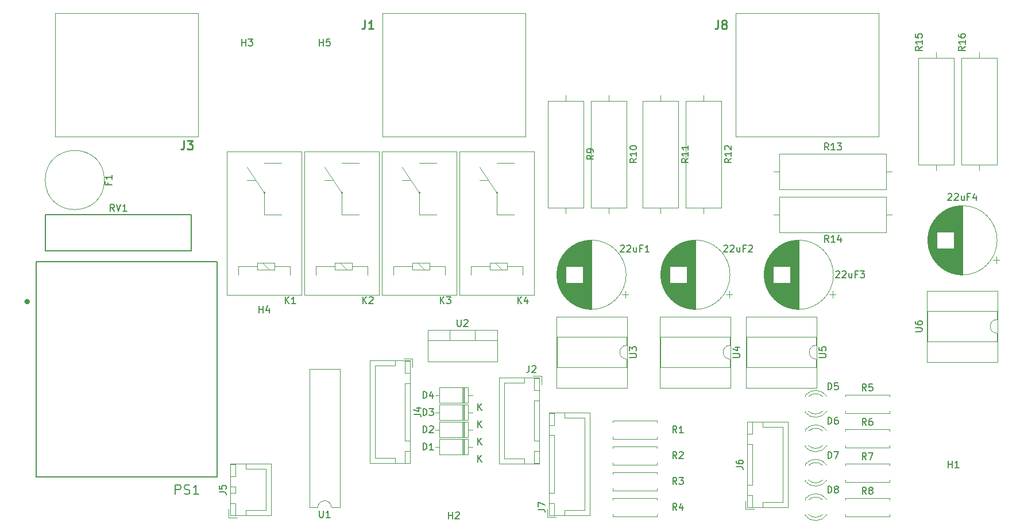
<source format=gbr>
%TF.GenerationSoftware,KiCad,Pcbnew,(5.1.6)-1*%
%TF.CreationDate,2021-09-18T17:58:05+02:00*%
%TF.ProjectId,hamodule,68616d6f-6475-46c6-952e-6b696361645f,rev?*%
%TF.SameCoordinates,Original*%
%TF.FileFunction,Legend,Top*%
%TF.FilePolarity,Positive*%
%FSLAX46Y46*%
G04 Gerber Fmt 4.6, Leading zero omitted, Abs format (unit mm)*
G04 Created by KiCad (PCBNEW (5.1.6)-1) date 2021-09-18 17:58:05*
%MOMM*%
%LPD*%
G01*
G04 APERTURE LIST*
%ADD10C,0.120000*%
%ADD11C,0.127000*%
%ADD12C,0.400000*%
%ADD13C,0.150000*%
%ADD14C,0.100000*%
%ADD15C,0.254000*%
G04 APERTURE END LIST*
D10*
%TO.C,U1*%
X63790000Y-85150000D02*
X65040000Y-85150000D01*
X63790000Y-64710000D02*
X63790000Y-85150000D01*
X68290000Y-64710000D02*
X63790000Y-64710000D01*
X68290000Y-85150000D02*
X68290000Y-64710000D01*
X67040000Y-85150000D02*
X68290000Y-85150000D01*
X65040000Y-85150000D02*
G75*
G02*
X67040000Y-85150000I1000000J0D01*
G01*
%TO.C,D4*%
X87210000Y-69700000D02*
X87210000Y-67460000D01*
X87210000Y-67460000D02*
X82970000Y-67460000D01*
X82970000Y-67460000D02*
X82970000Y-69700000D01*
X82970000Y-69700000D02*
X87210000Y-69700000D01*
X87860000Y-68580000D02*
X87210000Y-68580000D01*
X82320000Y-68580000D02*
X82970000Y-68580000D01*
X86490000Y-69700000D02*
X86490000Y-67460000D01*
X86370000Y-69700000D02*
X86370000Y-67460000D01*
X86610000Y-69700000D02*
X86610000Y-67460000D01*
%TO.C,D3*%
X87210000Y-72240000D02*
X87210000Y-70000000D01*
X87210000Y-70000000D02*
X82970000Y-70000000D01*
X82970000Y-70000000D02*
X82970000Y-72240000D01*
X82970000Y-72240000D02*
X87210000Y-72240000D01*
X87860000Y-71120000D02*
X87210000Y-71120000D01*
X82320000Y-71120000D02*
X82970000Y-71120000D01*
X86490000Y-72240000D02*
X86490000Y-70000000D01*
X86370000Y-72240000D02*
X86370000Y-70000000D01*
X86610000Y-72240000D02*
X86610000Y-70000000D01*
%TO.C,D2*%
X87210000Y-74780000D02*
X87210000Y-72540000D01*
X87210000Y-72540000D02*
X82970000Y-72540000D01*
X82970000Y-72540000D02*
X82970000Y-74780000D01*
X82970000Y-74780000D02*
X87210000Y-74780000D01*
X87860000Y-73660000D02*
X87210000Y-73660000D01*
X82320000Y-73660000D02*
X82970000Y-73660000D01*
X86490000Y-74780000D02*
X86490000Y-72540000D01*
X86370000Y-74780000D02*
X86370000Y-72540000D01*
X86610000Y-74780000D02*
X86610000Y-72540000D01*
%TO.C,D1*%
X87210000Y-77320000D02*
X87210000Y-75080000D01*
X87210000Y-75080000D02*
X82970000Y-75080000D01*
X82970000Y-75080000D02*
X82970000Y-77320000D01*
X82970000Y-77320000D02*
X87210000Y-77320000D01*
X87860000Y-76200000D02*
X87210000Y-76200000D01*
X82320000Y-76200000D02*
X82970000Y-76200000D01*
X86490000Y-77320000D02*
X86490000Y-75080000D01*
X86370000Y-77320000D02*
X86370000Y-75080000D01*
X86610000Y-77320000D02*
X86610000Y-75080000D01*
%TO.C,J2*%
X97710000Y-66020000D02*
X91740000Y-66020000D01*
X91740000Y-66020000D02*
X91740000Y-78640000D01*
X91740000Y-78640000D02*
X97710000Y-78640000D01*
X97710000Y-78640000D02*
X97710000Y-66020000D01*
X97700000Y-69330000D02*
X96950000Y-69330000D01*
X96950000Y-69330000D02*
X96950000Y-75330000D01*
X96950000Y-75330000D02*
X97700000Y-75330000D01*
X97700000Y-75330000D02*
X97700000Y-69330000D01*
X97700000Y-66030000D02*
X96950000Y-66030000D01*
X96950000Y-66030000D02*
X96950000Y-67830000D01*
X96950000Y-67830000D02*
X97700000Y-67830000D01*
X97700000Y-67830000D02*
X97700000Y-66030000D01*
X97700000Y-76830000D02*
X96950000Y-76830000D01*
X96950000Y-76830000D02*
X96950000Y-78630000D01*
X96950000Y-78630000D02*
X97700000Y-78630000D01*
X97700000Y-78630000D02*
X97700000Y-76830000D01*
X95450000Y-66030000D02*
X95450000Y-66780000D01*
X95450000Y-66780000D02*
X92500000Y-66780000D01*
X92500000Y-66780000D02*
X92500000Y-72330000D01*
X95450000Y-78630000D02*
X95450000Y-77880000D01*
X95450000Y-77880000D02*
X92500000Y-77880000D01*
X92500000Y-77880000D02*
X92500000Y-72330000D01*
X98000000Y-66980000D02*
X98000000Y-65730000D01*
X98000000Y-65730000D02*
X96750000Y-65730000D01*
%TO.C,J7*%
X98850000Y-86590000D02*
X100100000Y-86590000D01*
X98850000Y-85340000D02*
X98850000Y-86590000D01*
X104350000Y-71940000D02*
X104350000Y-78740000D01*
X101400000Y-71940000D02*
X104350000Y-71940000D01*
X101400000Y-71190000D02*
X101400000Y-71940000D01*
X104350000Y-85540000D02*
X104350000Y-78740000D01*
X101400000Y-85540000D02*
X104350000Y-85540000D01*
X101400000Y-86290000D02*
X101400000Y-85540000D01*
X99150000Y-71190000D02*
X99150000Y-72990000D01*
X99900000Y-71190000D02*
X99150000Y-71190000D01*
X99900000Y-72990000D02*
X99900000Y-71190000D01*
X99150000Y-72990000D02*
X99900000Y-72990000D01*
X99150000Y-84490000D02*
X99150000Y-86290000D01*
X99900000Y-84490000D02*
X99150000Y-84490000D01*
X99900000Y-86290000D02*
X99900000Y-84490000D01*
X99150000Y-86290000D02*
X99900000Y-86290000D01*
X99150000Y-74490000D02*
X99150000Y-82990000D01*
X99900000Y-74490000D02*
X99150000Y-74490000D01*
X99900000Y-82990000D02*
X99900000Y-74490000D01*
X99150000Y-82990000D02*
X99900000Y-82990000D01*
X99140000Y-71180000D02*
X99140000Y-86300000D01*
X105110000Y-71180000D02*
X99140000Y-71180000D01*
X105110000Y-86300000D02*
X105110000Y-71180000D01*
X99140000Y-86300000D02*
X105110000Y-86300000D01*
%TO.C,22uF2*%
X125669646Y-54175000D02*
X125669646Y-53175000D01*
X126169646Y-53675000D02*
X125169646Y-53675000D01*
X115609000Y-51399000D02*
X115609000Y-50201000D01*
X115649000Y-51662000D02*
X115649000Y-49938000D01*
X115689000Y-51862000D02*
X115689000Y-49738000D01*
X115729000Y-52030000D02*
X115729000Y-49570000D01*
X115769000Y-52178000D02*
X115769000Y-49422000D01*
X115809000Y-52310000D02*
X115809000Y-49290000D01*
X115849000Y-52430000D02*
X115849000Y-49170000D01*
X115889000Y-52542000D02*
X115889000Y-49058000D01*
X115929000Y-52646000D02*
X115929000Y-48954000D01*
X115969000Y-52744000D02*
X115969000Y-48856000D01*
X116009000Y-52837000D02*
X116009000Y-48763000D01*
X116049000Y-52925000D02*
X116049000Y-48675000D01*
X116089000Y-53009000D02*
X116089000Y-48591000D01*
X116129000Y-53089000D02*
X116129000Y-48511000D01*
X116169000Y-53165000D02*
X116169000Y-48435000D01*
X116209000Y-53239000D02*
X116209000Y-48361000D01*
X116249000Y-53310000D02*
X116249000Y-48290000D01*
X116289000Y-53379000D02*
X116289000Y-48221000D01*
X116329000Y-53445000D02*
X116329000Y-48155000D01*
X116369000Y-53509000D02*
X116369000Y-48091000D01*
X116409000Y-53570000D02*
X116409000Y-48030000D01*
X116449000Y-53630000D02*
X116449000Y-47970000D01*
X116489000Y-53689000D02*
X116489000Y-47911000D01*
X116529000Y-53745000D02*
X116529000Y-47855000D01*
X116569000Y-53800000D02*
X116569000Y-47800000D01*
X116609000Y-53854000D02*
X116609000Y-47746000D01*
X116649000Y-53906000D02*
X116649000Y-47694000D01*
X116689000Y-53956000D02*
X116689000Y-47644000D01*
X116729000Y-54006000D02*
X116729000Y-47594000D01*
X116769000Y-54054000D02*
X116769000Y-47546000D01*
X116809000Y-54101000D02*
X116809000Y-47499000D01*
X116849000Y-54147000D02*
X116849000Y-47453000D01*
X116889000Y-54192000D02*
X116889000Y-47408000D01*
X116929000Y-54236000D02*
X116929000Y-47364000D01*
X116969000Y-49559000D02*
X116969000Y-47322000D01*
X116969000Y-54278000D02*
X116969000Y-52041000D01*
X117009000Y-49559000D02*
X117009000Y-47280000D01*
X117009000Y-54320000D02*
X117009000Y-52041000D01*
X117049000Y-49559000D02*
X117049000Y-47239000D01*
X117049000Y-54361000D02*
X117049000Y-52041000D01*
X117089000Y-49559000D02*
X117089000Y-47199000D01*
X117089000Y-54401000D02*
X117089000Y-52041000D01*
X117129000Y-49559000D02*
X117129000Y-47160000D01*
X117129000Y-54440000D02*
X117129000Y-52041000D01*
X117169000Y-49559000D02*
X117169000Y-47121000D01*
X117169000Y-54479000D02*
X117169000Y-52041000D01*
X117209000Y-49559000D02*
X117209000Y-47084000D01*
X117209000Y-54516000D02*
X117209000Y-52041000D01*
X117249000Y-49559000D02*
X117249000Y-47047000D01*
X117249000Y-54553000D02*
X117249000Y-52041000D01*
X117289000Y-49559000D02*
X117289000Y-47011000D01*
X117289000Y-54589000D02*
X117289000Y-52041000D01*
X117329000Y-49559000D02*
X117329000Y-46976000D01*
X117329000Y-54624000D02*
X117329000Y-52041000D01*
X117369000Y-49559000D02*
X117369000Y-46942000D01*
X117369000Y-54658000D02*
X117369000Y-52041000D01*
X117409000Y-49559000D02*
X117409000Y-46908000D01*
X117409000Y-54692000D02*
X117409000Y-52041000D01*
X117449000Y-49559000D02*
X117449000Y-46875000D01*
X117449000Y-54725000D02*
X117449000Y-52041000D01*
X117489000Y-49559000D02*
X117489000Y-46843000D01*
X117489000Y-54757000D02*
X117489000Y-52041000D01*
X117529000Y-49559000D02*
X117529000Y-46811000D01*
X117529000Y-54789000D02*
X117529000Y-52041000D01*
X117569000Y-49559000D02*
X117569000Y-46780000D01*
X117569000Y-54820000D02*
X117569000Y-52041000D01*
X117609000Y-49559000D02*
X117609000Y-46750000D01*
X117609000Y-54850000D02*
X117609000Y-52041000D01*
X117649000Y-49559000D02*
X117649000Y-46720000D01*
X117649000Y-54880000D02*
X117649000Y-52041000D01*
X117689000Y-49559000D02*
X117689000Y-46690000D01*
X117689000Y-54910000D02*
X117689000Y-52041000D01*
X117729000Y-49559000D02*
X117729000Y-46662000D01*
X117729000Y-54938000D02*
X117729000Y-52041000D01*
X117769000Y-49559000D02*
X117769000Y-46634000D01*
X117769000Y-54966000D02*
X117769000Y-52041000D01*
X117809000Y-49559000D02*
X117809000Y-46606000D01*
X117809000Y-54994000D02*
X117809000Y-52041000D01*
X117849000Y-49559000D02*
X117849000Y-46579000D01*
X117849000Y-55021000D02*
X117849000Y-52041000D01*
X117889000Y-49559000D02*
X117889000Y-46553000D01*
X117889000Y-55047000D02*
X117889000Y-52041000D01*
X117929000Y-49559000D02*
X117929000Y-46527000D01*
X117929000Y-55073000D02*
X117929000Y-52041000D01*
X117969000Y-49559000D02*
X117969000Y-46502000D01*
X117969000Y-55098000D02*
X117969000Y-52041000D01*
X118009000Y-49559000D02*
X118009000Y-46477000D01*
X118009000Y-55123000D02*
X118009000Y-52041000D01*
X118049000Y-49559000D02*
X118049000Y-46453000D01*
X118049000Y-55147000D02*
X118049000Y-52041000D01*
X118089000Y-49559000D02*
X118089000Y-46429000D01*
X118089000Y-55171000D02*
X118089000Y-52041000D01*
X118129000Y-49559000D02*
X118129000Y-46405000D01*
X118129000Y-55195000D02*
X118129000Y-52041000D01*
X118169000Y-49559000D02*
X118169000Y-46383000D01*
X118169000Y-55217000D02*
X118169000Y-52041000D01*
X118209000Y-49559000D02*
X118209000Y-46360000D01*
X118209000Y-55240000D02*
X118209000Y-52041000D01*
X118249000Y-49559000D02*
X118249000Y-46338000D01*
X118249000Y-55262000D02*
X118249000Y-52041000D01*
X118289000Y-49559000D02*
X118289000Y-46317000D01*
X118289000Y-55283000D02*
X118289000Y-52041000D01*
X118329000Y-49559000D02*
X118329000Y-46296000D01*
X118329000Y-55304000D02*
X118329000Y-52041000D01*
X118369000Y-49559000D02*
X118369000Y-46275000D01*
X118369000Y-55325000D02*
X118369000Y-52041000D01*
X118409000Y-49559000D02*
X118409000Y-46255000D01*
X118409000Y-55345000D02*
X118409000Y-52041000D01*
X118449000Y-49559000D02*
X118449000Y-46236000D01*
X118449000Y-55364000D02*
X118449000Y-52041000D01*
X118489000Y-49559000D02*
X118489000Y-46216000D01*
X118489000Y-55384000D02*
X118489000Y-52041000D01*
X118529000Y-49559000D02*
X118529000Y-46197000D01*
X118529000Y-55403000D02*
X118529000Y-52041000D01*
X118569000Y-49559000D02*
X118569000Y-46179000D01*
X118569000Y-55421000D02*
X118569000Y-52041000D01*
X118609000Y-49559000D02*
X118609000Y-46161000D01*
X118609000Y-55439000D02*
X118609000Y-52041000D01*
X118649000Y-49559000D02*
X118649000Y-46143000D01*
X118649000Y-55457000D02*
X118649000Y-52041000D01*
X118689000Y-49559000D02*
X118689000Y-46126000D01*
X118689000Y-55474000D02*
X118689000Y-52041000D01*
X118729000Y-49559000D02*
X118729000Y-46110000D01*
X118729000Y-55490000D02*
X118729000Y-52041000D01*
X118769000Y-49559000D02*
X118769000Y-46093000D01*
X118769000Y-55507000D02*
X118769000Y-52041000D01*
X118809000Y-49559000D02*
X118809000Y-46077000D01*
X118809000Y-55523000D02*
X118809000Y-52041000D01*
X118849000Y-49559000D02*
X118849000Y-46062000D01*
X118849000Y-55538000D02*
X118849000Y-52041000D01*
X118889000Y-49559000D02*
X118889000Y-46046000D01*
X118889000Y-55554000D02*
X118889000Y-52041000D01*
X118929000Y-49559000D02*
X118929000Y-46032000D01*
X118929000Y-55568000D02*
X118929000Y-52041000D01*
X118969000Y-49559000D02*
X118969000Y-46017000D01*
X118969000Y-55583000D02*
X118969000Y-52041000D01*
X119009000Y-49559000D02*
X119009000Y-46003000D01*
X119009000Y-55597000D02*
X119009000Y-52041000D01*
X119049000Y-49559000D02*
X119049000Y-45989000D01*
X119049000Y-55611000D02*
X119049000Y-52041000D01*
X119089000Y-49559000D02*
X119089000Y-45976000D01*
X119089000Y-55624000D02*
X119089000Y-52041000D01*
X119129000Y-49559000D02*
X119129000Y-45963000D01*
X119129000Y-55637000D02*
X119129000Y-52041000D01*
X119169000Y-49559000D02*
X119169000Y-45950000D01*
X119169000Y-55650000D02*
X119169000Y-52041000D01*
X119209000Y-49559000D02*
X119209000Y-45938000D01*
X119209000Y-55662000D02*
X119209000Y-52041000D01*
X119249000Y-49559000D02*
X119249000Y-45926000D01*
X119249000Y-55674000D02*
X119249000Y-52041000D01*
X119289000Y-49559000D02*
X119289000Y-45915000D01*
X119289000Y-55685000D02*
X119289000Y-52041000D01*
X119329000Y-49559000D02*
X119329000Y-45903000D01*
X119329000Y-55697000D02*
X119329000Y-52041000D01*
X119369000Y-49559000D02*
X119369000Y-45893000D01*
X119369000Y-55707000D02*
X119369000Y-52041000D01*
X119409000Y-49559000D02*
X119409000Y-45882000D01*
X119409000Y-55718000D02*
X119409000Y-52041000D01*
X119449000Y-55728000D02*
X119449000Y-45872000D01*
X119489000Y-55738000D02*
X119489000Y-45862000D01*
X119529000Y-55747000D02*
X119529000Y-45853000D01*
X119569000Y-55756000D02*
X119569000Y-45844000D01*
X119609000Y-55765000D02*
X119609000Y-45835000D01*
X119649000Y-55774000D02*
X119649000Y-45826000D01*
X119689000Y-55782000D02*
X119689000Y-45818000D01*
X119729000Y-55790000D02*
X119729000Y-45810000D01*
X119769000Y-55797000D02*
X119769000Y-45803000D01*
X119809000Y-55804000D02*
X119809000Y-45796000D01*
X119849000Y-55811000D02*
X119849000Y-45789000D01*
X119889000Y-55818000D02*
X119889000Y-45782000D01*
X119929000Y-55824000D02*
X119929000Y-45776000D01*
X119969000Y-55830000D02*
X119969000Y-45770000D01*
X120010000Y-55835000D02*
X120010000Y-45765000D01*
X120050000Y-55840000D02*
X120050000Y-45760000D01*
X120090000Y-55845000D02*
X120090000Y-45755000D01*
X120130000Y-55850000D02*
X120130000Y-45750000D01*
X120170000Y-55854000D02*
X120170000Y-45746000D01*
X120210000Y-55858000D02*
X120210000Y-45742000D01*
X120250000Y-55862000D02*
X120250000Y-45738000D01*
X120290000Y-55865000D02*
X120290000Y-45735000D01*
X120330000Y-55868000D02*
X120330000Y-45732000D01*
X120370000Y-55870000D02*
X120370000Y-45730000D01*
X120410000Y-55873000D02*
X120410000Y-45727000D01*
X120450000Y-55875000D02*
X120450000Y-45725000D01*
X120490000Y-55877000D02*
X120490000Y-45723000D01*
X120530000Y-55878000D02*
X120530000Y-45722000D01*
X120570000Y-55879000D02*
X120570000Y-45721000D01*
X120610000Y-55880000D02*
X120610000Y-45720000D01*
X120650000Y-55880000D02*
X120650000Y-45720000D01*
X120690000Y-55880000D02*
X120690000Y-45720000D01*
X125810000Y-50800000D02*
G75*
G03*
X125810000Y-50800000I-5120000J0D01*
G01*
%TO.C,U4*%
X125850000Y-67480000D02*
X125850000Y-56980000D01*
X115450000Y-67480000D02*
X125850000Y-67480000D01*
X115450000Y-56980000D02*
X115450000Y-67480000D01*
X125850000Y-56980000D02*
X115450000Y-56980000D01*
X125790000Y-64480000D02*
X125790000Y-63230000D01*
X115510000Y-64480000D02*
X125790000Y-64480000D01*
X115510000Y-59980000D02*
X115510000Y-64480000D01*
X125790000Y-59980000D02*
X115510000Y-59980000D01*
X125790000Y-61230000D02*
X125790000Y-59980000D01*
X125790000Y-63230000D02*
G75*
G02*
X125790000Y-61230000I0J1000000D01*
G01*
%TO.C,U6*%
X165220000Y-63670000D02*
X165220000Y-53170000D01*
X154820000Y-63670000D02*
X165220000Y-63670000D01*
X154820000Y-53170000D02*
X154820000Y-63670000D01*
X165220000Y-53170000D02*
X154820000Y-53170000D01*
X165160000Y-60670000D02*
X165160000Y-59420000D01*
X154880000Y-60670000D02*
X165160000Y-60670000D01*
X154880000Y-56170000D02*
X154880000Y-60670000D01*
X165160000Y-56170000D02*
X154880000Y-56170000D01*
X165160000Y-57420000D02*
X165160000Y-56170000D01*
X165160000Y-59420000D02*
G75*
G02*
X165160000Y-57420000I0J1000000D01*
G01*
%TO.C,U5*%
X138550000Y-67480000D02*
X138550000Y-56980000D01*
X128150000Y-67480000D02*
X138550000Y-67480000D01*
X128150000Y-56980000D02*
X128150000Y-67480000D01*
X138550000Y-56980000D02*
X128150000Y-56980000D01*
X138490000Y-64480000D02*
X138490000Y-63230000D01*
X128210000Y-64480000D02*
X138490000Y-64480000D01*
X128210000Y-59980000D02*
X128210000Y-64480000D01*
X138490000Y-59980000D02*
X128210000Y-59980000D01*
X138490000Y-61230000D02*
X138490000Y-59980000D01*
X138490000Y-63230000D02*
G75*
G02*
X138490000Y-61230000I0J1000000D01*
G01*
%TO.C,U3*%
X110610000Y-67480000D02*
X110610000Y-56980000D01*
X100210000Y-67480000D02*
X110610000Y-67480000D01*
X100210000Y-56980000D02*
X100210000Y-67480000D01*
X110610000Y-56980000D02*
X100210000Y-56980000D01*
X110550000Y-64480000D02*
X110550000Y-63230000D01*
X100270000Y-64480000D02*
X110550000Y-64480000D01*
X100270000Y-59980000D02*
X100270000Y-64480000D01*
X110550000Y-59980000D02*
X100270000Y-59980000D01*
X110550000Y-61230000D02*
X110550000Y-59980000D01*
X110550000Y-63230000D02*
G75*
G02*
X110550000Y-61230000I0J1000000D01*
G01*
%TO.C,U2*%
X88211000Y-58960000D02*
X88211000Y-60470000D01*
X84510000Y-58960000D02*
X84510000Y-60470000D01*
X81240000Y-60470000D02*
X91480000Y-60470000D01*
X91480000Y-58960000D02*
X91480000Y-63601000D01*
X81240000Y-58960000D02*
X81240000Y-63601000D01*
X81240000Y-63601000D02*
X91480000Y-63601000D01*
X81240000Y-58960000D02*
X91480000Y-58960000D01*
%TO.C,R8*%
X149320000Y-86460000D02*
X149320000Y-86130000D01*
X142780000Y-86460000D02*
X149320000Y-86460000D01*
X142780000Y-86130000D02*
X142780000Y-86460000D01*
X149320000Y-83720000D02*
X149320000Y-84050000D01*
X142780000Y-83720000D02*
X149320000Y-83720000D01*
X142780000Y-84050000D02*
X142780000Y-83720000D01*
%TO.C,R7*%
X149320000Y-81380000D02*
X149320000Y-81050000D01*
X142780000Y-81380000D02*
X149320000Y-81380000D01*
X142780000Y-81050000D02*
X142780000Y-81380000D01*
X149320000Y-78640000D02*
X149320000Y-78970000D01*
X142780000Y-78640000D02*
X149320000Y-78640000D01*
X142780000Y-78970000D02*
X142780000Y-78640000D01*
%TO.C,R6*%
X149320000Y-76300000D02*
X149320000Y-75970000D01*
X142780000Y-76300000D02*
X149320000Y-76300000D01*
X142780000Y-75970000D02*
X142780000Y-76300000D01*
X149320000Y-73560000D02*
X149320000Y-73890000D01*
X142780000Y-73560000D02*
X149320000Y-73560000D01*
X142780000Y-73890000D02*
X142780000Y-73560000D01*
%TO.C,R4*%
X108490000Y-83720000D02*
X108490000Y-84050000D01*
X115030000Y-83720000D02*
X108490000Y-83720000D01*
X115030000Y-84050000D02*
X115030000Y-83720000D01*
X108490000Y-86460000D02*
X108490000Y-86130000D01*
X115030000Y-86460000D02*
X108490000Y-86460000D01*
X115030000Y-86130000D02*
X115030000Y-86460000D01*
%TO.C,R3*%
X108490000Y-79910000D02*
X108490000Y-80240000D01*
X115030000Y-79910000D02*
X108490000Y-79910000D01*
X115030000Y-80240000D02*
X115030000Y-79910000D01*
X108490000Y-82650000D02*
X108490000Y-82320000D01*
X115030000Y-82650000D02*
X108490000Y-82650000D01*
X115030000Y-82320000D02*
X115030000Y-82650000D01*
%TO.C,R2*%
X108490000Y-76100000D02*
X108490000Y-76430000D01*
X115030000Y-76100000D02*
X108490000Y-76100000D01*
X115030000Y-76430000D02*
X115030000Y-76100000D01*
X108490000Y-78840000D02*
X108490000Y-78510000D01*
X115030000Y-78840000D02*
X108490000Y-78840000D01*
X115030000Y-78510000D02*
X115030000Y-78840000D01*
%TO.C,R1*%
X108490000Y-72290000D02*
X108490000Y-72620000D01*
X115030000Y-72290000D02*
X108490000Y-72290000D01*
X115030000Y-72620000D02*
X115030000Y-72290000D01*
X108490000Y-75030000D02*
X108490000Y-74700000D01*
X115030000Y-75030000D02*
X108490000Y-75030000D01*
X115030000Y-74700000D02*
X115030000Y-75030000D01*
%TO.C,R5*%
X149320000Y-71220000D02*
X149320000Y-70890000D01*
X142780000Y-71220000D02*
X149320000Y-71220000D01*
X142780000Y-70890000D02*
X142780000Y-71220000D01*
X149320000Y-68480000D02*
X149320000Y-68810000D01*
X142780000Y-68480000D02*
X149320000Y-68480000D01*
X142780000Y-68810000D02*
X142780000Y-68480000D01*
%TO.C,J4*%
X78950000Y-63190000D02*
X77700000Y-63190000D01*
X78950000Y-64440000D02*
X78950000Y-63190000D01*
X73450000Y-77840000D02*
X73450000Y-71040000D01*
X76400000Y-77840000D02*
X73450000Y-77840000D01*
X76400000Y-78590000D02*
X76400000Y-77840000D01*
X73450000Y-64240000D02*
X73450000Y-71040000D01*
X76400000Y-64240000D02*
X73450000Y-64240000D01*
X76400000Y-63490000D02*
X76400000Y-64240000D01*
X78650000Y-78590000D02*
X78650000Y-76790000D01*
X77900000Y-78590000D02*
X78650000Y-78590000D01*
X77900000Y-76790000D02*
X77900000Y-78590000D01*
X78650000Y-76790000D02*
X77900000Y-76790000D01*
X78650000Y-65290000D02*
X78650000Y-63490000D01*
X77900000Y-65290000D02*
X78650000Y-65290000D01*
X77900000Y-63490000D02*
X77900000Y-65290000D01*
X78650000Y-63490000D02*
X77900000Y-63490000D01*
X78650000Y-75290000D02*
X78650000Y-66790000D01*
X77900000Y-75290000D02*
X78650000Y-75290000D01*
X77900000Y-66790000D02*
X77900000Y-75290000D01*
X78650000Y-66790000D02*
X77900000Y-66790000D01*
X78660000Y-78600000D02*
X78660000Y-63480000D01*
X72690000Y-78600000D02*
X78660000Y-78600000D01*
X72690000Y-63480000D02*
X72690000Y-78600000D01*
X78660000Y-63480000D02*
X72690000Y-63480000D01*
%TO.C,D8*%
X136870000Y-86170000D02*
X136870000Y-86326000D01*
X136870000Y-83854000D02*
X136870000Y-84010000D01*
X139471130Y-86169837D02*
G75*
G02*
X137389039Y-86170000I-1041130J1079837D01*
G01*
X139471130Y-84010163D02*
G75*
G03*
X137389039Y-84010000I-1041130J-1079837D01*
G01*
X140102335Y-86168608D02*
G75*
G02*
X136870000Y-86325516I-1672335J1078608D01*
G01*
X140102335Y-84011392D02*
G75*
G03*
X136870000Y-83854484I-1672335J-1078608D01*
G01*
%TO.C,D7*%
X136870000Y-81090000D02*
X136870000Y-81246000D01*
X136870000Y-78774000D02*
X136870000Y-78930000D01*
X139471130Y-81089837D02*
G75*
G02*
X137389039Y-81090000I-1041130J1079837D01*
G01*
X139471130Y-78930163D02*
G75*
G03*
X137389039Y-78930000I-1041130J-1079837D01*
G01*
X140102335Y-81088608D02*
G75*
G02*
X136870000Y-81245516I-1672335J1078608D01*
G01*
X140102335Y-78931392D02*
G75*
G03*
X136870000Y-78774484I-1672335J-1078608D01*
G01*
%TO.C,D6*%
X136870000Y-76010000D02*
X136870000Y-76166000D01*
X136870000Y-73694000D02*
X136870000Y-73850000D01*
X139471130Y-76009837D02*
G75*
G02*
X137389039Y-76010000I-1041130J1079837D01*
G01*
X139471130Y-73850163D02*
G75*
G03*
X137389039Y-73850000I-1041130J-1079837D01*
G01*
X140102335Y-76008608D02*
G75*
G02*
X136870000Y-76165516I-1672335J1078608D01*
G01*
X140102335Y-73851392D02*
G75*
G03*
X136870000Y-73694484I-1672335J-1078608D01*
G01*
%TO.C,D5*%
X136870000Y-70930000D02*
X136870000Y-71086000D01*
X136870000Y-68614000D02*
X136870000Y-68770000D01*
X139471130Y-70929837D02*
G75*
G02*
X137389039Y-70930000I-1041130J1079837D01*
G01*
X139471130Y-68770163D02*
G75*
G03*
X137389039Y-68770000I-1041130J-1079837D01*
G01*
X140102335Y-70928608D02*
G75*
G02*
X136870000Y-71085516I-1672335J1078608D01*
G01*
X140102335Y-68771392D02*
G75*
G03*
X136870000Y-68614484I-1672335J-1078608D01*
G01*
%TO.C,22uF4*%
X165039646Y-49095000D02*
X165039646Y-48095000D01*
X165539646Y-48595000D02*
X164539646Y-48595000D01*
X154979000Y-46319000D02*
X154979000Y-45121000D01*
X155019000Y-46582000D02*
X155019000Y-44858000D01*
X155059000Y-46782000D02*
X155059000Y-44658000D01*
X155099000Y-46950000D02*
X155099000Y-44490000D01*
X155139000Y-47098000D02*
X155139000Y-44342000D01*
X155179000Y-47230000D02*
X155179000Y-44210000D01*
X155219000Y-47350000D02*
X155219000Y-44090000D01*
X155259000Y-47462000D02*
X155259000Y-43978000D01*
X155299000Y-47566000D02*
X155299000Y-43874000D01*
X155339000Y-47664000D02*
X155339000Y-43776000D01*
X155379000Y-47757000D02*
X155379000Y-43683000D01*
X155419000Y-47845000D02*
X155419000Y-43595000D01*
X155459000Y-47929000D02*
X155459000Y-43511000D01*
X155499000Y-48009000D02*
X155499000Y-43431000D01*
X155539000Y-48085000D02*
X155539000Y-43355000D01*
X155579000Y-48159000D02*
X155579000Y-43281000D01*
X155619000Y-48230000D02*
X155619000Y-43210000D01*
X155659000Y-48299000D02*
X155659000Y-43141000D01*
X155699000Y-48365000D02*
X155699000Y-43075000D01*
X155739000Y-48429000D02*
X155739000Y-43011000D01*
X155779000Y-48490000D02*
X155779000Y-42950000D01*
X155819000Y-48550000D02*
X155819000Y-42890000D01*
X155859000Y-48609000D02*
X155859000Y-42831000D01*
X155899000Y-48665000D02*
X155899000Y-42775000D01*
X155939000Y-48720000D02*
X155939000Y-42720000D01*
X155979000Y-48774000D02*
X155979000Y-42666000D01*
X156019000Y-48826000D02*
X156019000Y-42614000D01*
X156059000Y-48876000D02*
X156059000Y-42564000D01*
X156099000Y-48926000D02*
X156099000Y-42514000D01*
X156139000Y-48974000D02*
X156139000Y-42466000D01*
X156179000Y-49021000D02*
X156179000Y-42419000D01*
X156219000Y-49067000D02*
X156219000Y-42373000D01*
X156259000Y-49112000D02*
X156259000Y-42328000D01*
X156299000Y-49156000D02*
X156299000Y-42284000D01*
X156339000Y-44479000D02*
X156339000Y-42242000D01*
X156339000Y-49198000D02*
X156339000Y-46961000D01*
X156379000Y-44479000D02*
X156379000Y-42200000D01*
X156379000Y-49240000D02*
X156379000Y-46961000D01*
X156419000Y-44479000D02*
X156419000Y-42159000D01*
X156419000Y-49281000D02*
X156419000Y-46961000D01*
X156459000Y-44479000D02*
X156459000Y-42119000D01*
X156459000Y-49321000D02*
X156459000Y-46961000D01*
X156499000Y-44479000D02*
X156499000Y-42080000D01*
X156499000Y-49360000D02*
X156499000Y-46961000D01*
X156539000Y-44479000D02*
X156539000Y-42041000D01*
X156539000Y-49399000D02*
X156539000Y-46961000D01*
X156579000Y-44479000D02*
X156579000Y-42004000D01*
X156579000Y-49436000D02*
X156579000Y-46961000D01*
X156619000Y-44479000D02*
X156619000Y-41967000D01*
X156619000Y-49473000D02*
X156619000Y-46961000D01*
X156659000Y-44479000D02*
X156659000Y-41931000D01*
X156659000Y-49509000D02*
X156659000Y-46961000D01*
X156699000Y-44479000D02*
X156699000Y-41896000D01*
X156699000Y-49544000D02*
X156699000Y-46961000D01*
X156739000Y-44479000D02*
X156739000Y-41862000D01*
X156739000Y-49578000D02*
X156739000Y-46961000D01*
X156779000Y-44479000D02*
X156779000Y-41828000D01*
X156779000Y-49612000D02*
X156779000Y-46961000D01*
X156819000Y-44479000D02*
X156819000Y-41795000D01*
X156819000Y-49645000D02*
X156819000Y-46961000D01*
X156859000Y-44479000D02*
X156859000Y-41763000D01*
X156859000Y-49677000D02*
X156859000Y-46961000D01*
X156899000Y-44479000D02*
X156899000Y-41731000D01*
X156899000Y-49709000D02*
X156899000Y-46961000D01*
X156939000Y-44479000D02*
X156939000Y-41700000D01*
X156939000Y-49740000D02*
X156939000Y-46961000D01*
X156979000Y-44479000D02*
X156979000Y-41670000D01*
X156979000Y-49770000D02*
X156979000Y-46961000D01*
X157019000Y-44479000D02*
X157019000Y-41640000D01*
X157019000Y-49800000D02*
X157019000Y-46961000D01*
X157059000Y-44479000D02*
X157059000Y-41610000D01*
X157059000Y-49830000D02*
X157059000Y-46961000D01*
X157099000Y-44479000D02*
X157099000Y-41582000D01*
X157099000Y-49858000D02*
X157099000Y-46961000D01*
X157139000Y-44479000D02*
X157139000Y-41554000D01*
X157139000Y-49886000D02*
X157139000Y-46961000D01*
X157179000Y-44479000D02*
X157179000Y-41526000D01*
X157179000Y-49914000D02*
X157179000Y-46961000D01*
X157219000Y-44479000D02*
X157219000Y-41499000D01*
X157219000Y-49941000D02*
X157219000Y-46961000D01*
X157259000Y-44479000D02*
X157259000Y-41473000D01*
X157259000Y-49967000D02*
X157259000Y-46961000D01*
X157299000Y-44479000D02*
X157299000Y-41447000D01*
X157299000Y-49993000D02*
X157299000Y-46961000D01*
X157339000Y-44479000D02*
X157339000Y-41422000D01*
X157339000Y-50018000D02*
X157339000Y-46961000D01*
X157379000Y-44479000D02*
X157379000Y-41397000D01*
X157379000Y-50043000D02*
X157379000Y-46961000D01*
X157419000Y-44479000D02*
X157419000Y-41373000D01*
X157419000Y-50067000D02*
X157419000Y-46961000D01*
X157459000Y-44479000D02*
X157459000Y-41349000D01*
X157459000Y-50091000D02*
X157459000Y-46961000D01*
X157499000Y-44479000D02*
X157499000Y-41325000D01*
X157499000Y-50115000D02*
X157499000Y-46961000D01*
X157539000Y-44479000D02*
X157539000Y-41303000D01*
X157539000Y-50137000D02*
X157539000Y-46961000D01*
X157579000Y-44479000D02*
X157579000Y-41280000D01*
X157579000Y-50160000D02*
X157579000Y-46961000D01*
X157619000Y-44479000D02*
X157619000Y-41258000D01*
X157619000Y-50182000D02*
X157619000Y-46961000D01*
X157659000Y-44479000D02*
X157659000Y-41237000D01*
X157659000Y-50203000D02*
X157659000Y-46961000D01*
X157699000Y-44479000D02*
X157699000Y-41216000D01*
X157699000Y-50224000D02*
X157699000Y-46961000D01*
X157739000Y-44479000D02*
X157739000Y-41195000D01*
X157739000Y-50245000D02*
X157739000Y-46961000D01*
X157779000Y-44479000D02*
X157779000Y-41175000D01*
X157779000Y-50265000D02*
X157779000Y-46961000D01*
X157819000Y-44479000D02*
X157819000Y-41156000D01*
X157819000Y-50284000D02*
X157819000Y-46961000D01*
X157859000Y-44479000D02*
X157859000Y-41136000D01*
X157859000Y-50304000D02*
X157859000Y-46961000D01*
X157899000Y-44479000D02*
X157899000Y-41117000D01*
X157899000Y-50323000D02*
X157899000Y-46961000D01*
X157939000Y-44479000D02*
X157939000Y-41099000D01*
X157939000Y-50341000D02*
X157939000Y-46961000D01*
X157979000Y-44479000D02*
X157979000Y-41081000D01*
X157979000Y-50359000D02*
X157979000Y-46961000D01*
X158019000Y-44479000D02*
X158019000Y-41063000D01*
X158019000Y-50377000D02*
X158019000Y-46961000D01*
X158059000Y-44479000D02*
X158059000Y-41046000D01*
X158059000Y-50394000D02*
X158059000Y-46961000D01*
X158099000Y-44479000D02*
X158099000Y-41030000D01*
X158099000Y-50410000D02*
X158099000Y-46961000D01*
X158139000Y-44479000D02*
X158139000Y-41013000D01*
X158139000Y-50427000D02*
X158139000Y-46961000D01*
X158179000Y-44479000D02*
X158179000Y-40997000D01*
X158179000Y-50443000D02*
X158179000Y-46961000D01*
X158219000Y-44479000D02*
X158219000Y-40982000D01*
X158219000Y-50458000D02*
X158219000Y-46961000D01*
X158259000Y-44479000D02*
X158259000Y-40966000D01*
X158259000Y-50474000D02*
X158259000Y-46961000D01*
X158299000Y-44479000D02*
X158299000Y-40952000D01*
X158299000Y-50488000D02*
X158299000Y-46961000D01*
X158339000Y-44479000D02*
X158339000Y-40937000D01*
X158339000Y-50503000D02*
X158339000Y-46961000D01*
X158379000Y-44479000D02*
X158379000Y-40923000D01*
X158379000Y-50517000D02*
X158379000Y-46961000D01*
X158419000Y-44479000D02*
X158419000Y-40909000D01*
X158419000Y-50531000D02*
X158419000Y-46961000D01*
X158459000Y-44479000D02*
X158459000Y-40896000D01*
X158459000Y-50544000D02*
X158459000Y-46961000D01*
X158499000Y-44479000D02*
X158499000Y-40883000D01*
X158499000Y-50557000D02*
X158499000Y-46961000D01*
X158539000Y-44479000D02*
X158539000Y-40870000D01*
X158539000Y-50570000D02*
X158539000Y-46961000D01*
X158579000Y-44479000D02*
X158579000Y-40858000D01*
X158579000Y-50582000D02*
X158579000Y-46961000D01*
X158619000Y-44479000D02*
X158619000Y-40846000D01*
X158619000Y-50594000D02*
X158619000Y-46961000D01*
X158659000Y-44479000D02*
X158659000Y-40835000D01*
X158659000Y-50605000D02*
X158659000Y-46961000D01*
X158699000Y-44479000D02*
X158699000Y-40823000D01*
X158699000Y-50617000D02*
X158699000Y-46961000D01*
X158739000Y-44479000D02*
X158739000Y-40813000D01*
X158739000Y-50627000D02*
X158739000Y-46961000D01*
X158779000Y-44479000D02*
X158779000Y-40802000D01*
X158779000Y-50638000D02*
X158779000Y-46961000D01*
X158819000Y-50648000D02*
X158819000Y-40792000D01*
X158859000Y-50658000D02*
X158859000Y-40782000D01*
X158899000Y-50667000D02*
X158899000Y-40773000D01*
X158939000Y-50676000D02*
X158939000Y-40764000D01*
X158979000Y-50685000D02*
X158979000Y-40755000D01*
X159019000Y-50694000D02*
X159019000Y-40746000D01*
X159059000Y-50702000D02*
X159059000Y-40738000D01*
X159099000Y-50710000D02*
X159099000Y-40730000D01*
X159139000Y-50717000D02*
X159139000Y-40723000D01*
X159179000Y-50724000D02*
X159179000Y-40716000D01*
X159219000Y-50731000D02*
X159219000Y-40709000D01*
X159259000Y-50738000D02*
X159259000Y-40702000D01*
X159299000Y-50744000D02*
X159299000Y-40696000D01*
X159339000Y-50750000D02*
X159339000Y-40690000D01*
X159380000Y-50755000D02*
X159380000Y-40685000D01*
X159420000Y-50760000D02*
X159420000Y-40680000D01*
X159460000Y-50765000D02*
X159460000Y-40675000D01*
X159500000Y-50770000D02*
X159500000Y-40670000D01*
X159540000Y-50774000D02*
X159540000Y-40666000D01*
X159580000Y-50778000D02*
X159580000Y-40662000D01*
X159620000Y-50782000D02*
X159620000Y-40658000D01*
X159660000Y-50785000D02*
X159660000Y-40655000D01*
X159700000Y-50788000D02*
X159700000Y-40652000D01*
X159740000Y-50790000D02*
X159740000Y-40650000D01*
X159780000Y-50793000D02*
X159780000Y-40647000D01*
X159820000Y-50795000D02*
X159820000Y-40645000D01*
X159860000Y-50797000D02*
X159860000Y-40643000D01*
X159900000Y-50798000D02*
X159900000Y-40642000D01*
X159940000Y-50799000D02*
X159940000Y-40641000D01*
X159980000Y-50800000D02*
X159980000Y-40640000D01*
X160020000Y-50800000D02*
X160020000Y-40640000D01*
X160060000Y-50800000D02*
X160060000Y-40640000D01*
X165180000Y-45720000D02*
G75*
G03*
X165180000Y-45720000I-5120000J0D01*
G01*
%TO.C,22uF3*%
X140909646Y-54175000D02*
X140909646Y-53175000D01*
X141409646Y-53675000D02*
X140409646Y-53675000D01*
X130849000Y-51399000D02*
X130849000Y-50201000D01*
X130889000Y-51662000D02*
X130889000Y-49938000D01*
X130929000Y-51862000D02*
X130929000Y-49738000D01*
X130969000Y-52030000D02*
X130969000Y-49570000D01*
X131009000Y-52178000D02*
X131009000Y-49422000D01*
X131049000Y-52310000D02*
X131049000Y-49290000D01*
X131089000Y-52430000D02*
X131089000Y-49170000D01*
X131129000Y-52542000D02*
X131129000Y-49058000D01*
X131169000Y-52646000D02*
X131169000Y-48954000D01*
X131209000Y-52744000D02*
X131209000Y-48856000D01*
X131249000Y-52837000D02*
X131249000Y-48763000D01*
X131289000Y-52925000D02*
X131289000Y-48675000D01*
X131329000Y-53009000D02*
X131329000Y-48591000D01*
X131369000Y-53089000D02*
X131369000Y-48511000D01*
X131409000Y-53165000D02*
X131409000Y-48435000D01*
X131449000Y-53239000D02*
X131449000Y-48361000D01*
X131489000Y-53310000D02*
X131489000Y-48290000D01*
X131529000Y-53379000D02*
X131529000Y-48221000D01*
X131569000Y-53445000D02*
X131569000Y-48155000D01*
X131609000Y-53509000D02*
X131609000Y-48091000D01*
X131649000Y-53570000D02*
X131649000Y-48030000D01*
X131689000Y-53630000D02*
X131689000Y-47970000D01*
X131729000Y-53689000D02*
X131729000Y-47911000D01*
X131769000Y-53745000D02*
X131769000Y-47855000D01*
X131809000Y-53800000D02*
X131809000Y-47800000D01*
X131849000Y-53854000D02*
X131849000Y-47746000D01*
X131889000Y-53906000D02*
X131889000Y-47694000D01*
X131929000Y-53956000D02*
X131929000Y-47644000D01*
X131969000Y-54006000D02*
X131969000Y-47594000D01*
X132009000Y-54054000D02*
X132009000Y-47546000D01*
X132049000Y-54101000D02*
X132049000Y-47499000D01*
X132089000Y-54147000D02*
X132089000Y-47453000D01*
X132129000Y-54192000D02*
X132129000Y-47408000D01*
X132169000Y-54236000D02*
X132169000Y-47364000D01*
X132209000Y-49559000D02*
X132209000Y-47322000D01*
X132209000Y-54278000D02*
X132209000Y-52041000D01*
X132249000Y-49559000D02*
X132249000Y-47280000D01*
X132249000Y-54320000D02*
X132249000Y-52041000D01*
X132289000Y-49559000D02*
X132289000Y-47239000D01*
X132289000Y-54361000D02*
X132289000Y-52041000D01*
X132329000Y-49559000D02*
X132329000Y-47199000D01*
X132329000Y-54401000D02*
X132329000Y-52041000D01*
X132369000Y-49559000D02*
X132369000Y-47160000D01*
X132369000Y-54440000D02*
X132369000Y-52041000D01*
X132409000Y-49559000D02*
X132409000Y-47121000D01*
X132409000Y-54479000D02*
X132409000Y-52041000D01*
X132449000Y-49559000D02*
X132449000Y-47084000D01*
X132449000Y-54516000D02*
X132449000Y-52041000D01*
X132489000Y-49559000D02*
X132489000Y-47047000D01*
X132489000Y-54553000D02*
X132489000Y-52041000D01*
X132529000Y-49559000D02*
X132529000Y-47011000D01*
X132529000Y-54589000D02*
X132529000Y-52041000D01*
X132569000Y-49559000D02*
X132569000Y-46976000D01*
X132569000Y-54624000D02*
X132569000Y-52041000D01*
X132609000Y-49559000D02*
X132609000Y-46942000D01*
X132609000Y-54658000D02*
X132609000Y-52041000D01*
X132649000Y-49559000D02*
X132649000Y-46908000D01*
X132649000Y-54692000D02*
X132649000Y-52041000D01*
X132689000Y-49559000D02*
X132689000Y-46875000D01*
X132689000Y-54725000D02*
X132689000Y-52041000D01*
X132729000Y-49559000D02*
X132729000Y-46843000D01*
X132729000Y-54757000D02*
X132729000Y-52041000D01*
X132769000Y-49559000D02*
X132769000Y-46811000D01*
X132769000Y-54789000D02*
X132769000Y-52041000D01*
X132809000Y-49559000D02*
X132809000Y-46780000D01*
X132809000Y-54820000D02*
X132809000Y-52041000D01*
X132849000Y-49559000D02*
X132849000Y-46750000D01*
X132849000Y-54850000D02*
X132849000Y-52041000D01*
X132889000Y-49559000D02*
X132889000Y-46720000D01*
X132889000Y-54880000D02*
X132889000Y-52041000D01*
X132929000Y-49559000D02*
X132929000Y-46690000D01*
X132929000Y-54910000D02*
X132929000Y-52041000D01*
X132969000Y-49559000D02*
X132969000Y-46662000D01*
X132969000Y-54938000D02*
X132969000Y-52041000D01*
X133009000Y-49559000D02*
X133009000Y-46634000D01*
X133009000Y-54966000D02*
X133009000Y-52041000D01*
X133049000Y-49559000D02*
X133049000Y-46606000D01*
X133049000Y-54994000D02*
X133049000Y-52041000D01*
X133089000Y-49559000D02*
X133089000Y-46579000D01*
X133089000Y-55021000D02*
X133089000Y-52041000D01*
X133129000Y-49559000D02*
X133129000Y-46553000D01*
X133129000Y-55047000D02*
X133129000Y-52041000D01*
X133169000Y-49559000D02*
X133169000Y-46527000D01*
X133169000Y-55073000D02*
X133169000Y-52041000D01*
X133209000Y-49559000D02*
X133209000Y-46502000D01*
X133209000Y-55098000D02*
X133209000Y-52041000D01*
X133249000Y-49559000D02*
X133249000Y-46477000D01*
X133249000Y-55123000D02*
X133249000Y-52041000D01*
X133289000Y-49559000D02*
X133289000Y-46453000D01*
X133289000Y-55147000D02*
X133289000Y-52041000D01*
X133329000Y-49559000D02*
X133329000Y-46429000D01*
X133329000Y-55171000D02*
X133329000Y-52041000D01*
X133369000Y-49559000D02*
X133369000Y-46405000D01*
X133369000Y-55195000D02*
X133369000Y-52041000D01*
X133409000Y-49559000D02*
X133409000Y-46383000D01*
X133409000Y-55217000D02*
X133409000Y-52041000D01*
X133449000Y-49559000D02*
X133449000Y-46360000D01*
X133449000Y-55240000D02*
X133449000Y-52041000D01*
X133489000Y-49559000D02*
X133489000Y-46338000D01*
X133489000Y-55262000D02*
X133489000Y-52041000D01*
X133529000Y-49559000D02*
X133529000Y-46317000D01*
X133529000Y-55283000D02*
X133529000Y-52041000D01*
X133569000Y-49559000D02*
X133569000Y-46296000D01*
X133569000Y-55304000D02*
X133569000Y-52041000D01*
X133609000Y-49559000D02*
X133609000Y-46275000D01*
X133609000Y-55325000D02*
X133609000Y-52041000D01*
X133649000Y-49559000D02*
X133649000Y-46255000D01*
X133649000Y-55345000D02*
X133649000Y-52041000D01*
X133689000Y-49559000D02*
X133689000Y-46236000D01*
X133689000Y-55364000D02*
X133689000Y-52041000D01*
X133729000Y-49559000D02*
X133729000Y-46216000D01*
X133729000Y-55384000D02*
X133729000Y-52041000D01*
X133769000Y-49559000D02*
X133769000Y-46197000D01*
X133769000Y-55403000D02*
X133769000Y-52041000D01*
X133809000Y-49559000D02*
X133809000Y-46179000D01*
X133809000Y-55421000D02*
X133809000Y-52041000D01*
X133849000Y-49559000D02*
X133849000Y-46161000D01*
X133849000Y-55439000D02*
X133849000Y-52041000D01*
X133889000Y-49559000D02*
X133889000Y-46143000D01*
X133889000Y-55457000D02*
X133889000Y-52041000D01*
X133929000Y-49559000D02*
X133929000Y-46126000D01*
X133929000Y-55474000D02*
X133929000Y-52041000D01*
X133969000Y-49559000D02*
X133969000Y-46110000D01*
X133969000Y-55490000D02*
X133969000Y-52041000D01*
X134009000Y-49559000D02*
X134009000Y-46093000D01*
X134009000Y-55507000D02*
X134009000Y-52041000D01*
X134049000Y-49559000D02*
X134049000Y-46077000D01*
X134049000Y-55523000D02*
X134049000Y-52041000D01*
X134089000Y-49559000D02*
X134089000Y-46062000D01*
X134089000Y-55538000D02*
X134089000Y-52041000D01*
X134129000Y-49559000D02*
X134129000Y-46046000D01*
X134129000Y-55554000D02*
X134129000Y-52041000D01*
X134169000Y-49559000D02*
X134169000Y-46032000D01*
X134169000Y-55568000D02*
X134169000Y-52041000D01*
X134209000Y-49559000D02*
X134209000Y-46017000D01*
X134209000Y-55583000D02*
X134209000Y-52041000D01*
X134249000Y-49559000D02*
X134249000Y-46003000D01*
X134249000Y-55597000D02*
X134249000Y-52041000D01*
X134289000Y-49559000D02*
X134289000Y-45989000D01*
X134289000Y-55611000D02*
X134289000Y-52041000D01*
X134329000Y-49559000D02*
X134329000Y-45976000D01*
X134329000Y-55624000D02*
X134329000Y-52041000D01*
X134369000Y-49559000D02*
X134369000Y-45963000D01*
X134369000Y-55637000D02*
X134369000Y-52041000D01*
X134409000Y-49559000D02*
X134409000Y-45950000D01*
X134409000Y-55650000D02*
X134409000Y-52041000D01*
X134449000Y-49559000D02*
X134449000Y-45938000D01*
X134449000Y-55662000D02*
X134449000Y-52041000D01*
X134489000Y-49559000D02*
X134489000Y-45926000D01*
X134489000Y-55674000D02*
X134489000Y-52041000D01*
X134529000Y-49559000D02*
X134529000Y-45915000D01*
X134529000Y-55685000D02*
X134529000Y-52041000D01*
X134569000Y-49559000D02*
X134569000Y-45903000D01*
X134569000Y-55697000D02*
X134569000Y-52041000D01*
X134609000Y-49559000D02*
X134609000Y-45893000D01*
X134609000Y-55707000D02*
X134609000Y-52041000D01*
X134649000Y-49559000D02*
X134649000Y-45882000D01*
X134649000Y-55718000D02*
X134649000Y-52041000D01*
X134689000Y-55728000D02*
X134689000Y-45872000D01*
X134729000Y-55738000D02*
X134729000Y-45862000D01*
X134769000Y-55747000D02*
X134769000Y-45853000D01*
X134809000Y-55756000D02*
X134809000Y-45844000D01*
X134849000Y-55765000D02*
X134849000Y-45835000D01*
X134889000Y-55774000D02*
X134889000Y-45826000D01*
X134929000Y-55782000D02*
X134929000Y-45818000D01*
X134969000Y-55790000D02*
X134969000Y-45810000D01*
X135009000Y-55797000D02*
X135009000Y-45803000D01*
X135049000Y-55804000D02*
X135049000Y-45796000D01*
X135089000Y-55811000D02*
X135089000Y-45789000D01*
X135129000Y-55818000D02*
X135129000Y-45782000D01*
X135169000Y-55824000D02*
X135169000Y-45776000D01*
X135209000Y-55830000D02*
X135209000Y-45770000D01*
X135250000Y-55835000D02*
X135250000Y-45765000D01*
X135290000Y-55840000D02*
X135290000Y-45760000D01*
X135330000Y-55845000D02*
X135330000Y-45755000D01*
X135370000Y-55850000D02*
X135370000Y-45750000D01*
X135410000Y-55854000D02*
X135410000Y-45746000D01*
X135450000Y-55858000D02*
X135450000Y-45742000D01*
X135490000Y-55862000D02*
X135490000Y-45738000D01*
X135530000Y-55865000D02*
X135530000Y-45735000D01*
X135570000Y-55868000D02*
X135570000Y-45732000D01*
X135610000Y-55870000D02*
X135610000Y-45730000D01*
X135650000Y-55873000D02*
X135650000Y-45727000D01*
X135690000Y-55875000D02*
X135690000Y-45725000D01*
X135730000Y-55877000D02*
X135730000Y-45723000D01*
X135770000Y-55878000D02*
X135770000Y-45722000D01*
X135810000Y-55879000D02*
X135810000Y-45721000D01*
X135850000Y-55880000D02*
X135850000Y-45720000D01*
X135890000Y-55880000D02*
X135890000Y-45720000D01*
X135930000Y-55880000D02*
X135930000Y-45720000D01*
X141050000Y-50800000D02*
G75*
G03*
X141050000Y-50800000I-5120000J0D01*
G01*
%TO.C,22uF1*%
X110349646Y-54175000D02*
X110349646Y-53175000D01*
X110849646Y-53675000D02*
X109849646Y-53675000D01*
X100289000Y-51399000D02*
X100289000Y-50201000D01*
X100329000Y-51662000D02*
X100329000Y-49938000D01*
X100369000Y-51862000D02*
X100369000Y-49738000D01*
X100409000Y-52030000D02*
X100409000Y-49570000D01*
X100449000Y-52178000D02*
X100449000Y-49422000D01*
X100489000Y-52310000D02*
X100489000Y-49290000D01*
X100529000Y-52430000D02*
X100529000Y-49170000D01*
X100569000Y-52542000D02*
X100569000Y-49058000D01*
X100609000Y-52646000D02*
X100609000Y-48954000D01*
X100649000Y-52744000D02*
X100649000Y-48856000D01*
X100689000Y-52837000D02*
X100689000Y-48763000D01*
X100729000Y-52925000D02*
X100729000Y-48675000D01*
X100769000Y-53009000D02*
X100769000Y-48591000D01*
X100809000Y-53089000D02*
X100809000Y-48511000D01*
X100849000Y-53165000D02*
X100849000Y-48435000D01*
X100889000Y-53239000D02*
X100889000Y-48361000D01*
X100929000Y-53310000D02*
X100929000Y-48290000D01*
X100969000Y-53379000D02*
X100969000Y-48221000D01*
X101009000Y-53445000D02*
X101009000Y-48155000D01*
X101049000Y-53509000D02*
X101049000Y-48091000D01*
X101089000Y-53570000D02*
X101089000Y-48030000D01*
X101129000Y-53630000D02*
X101129000Y-47970000D01*
X101169000Y-53689000D02*
X101169000Y-47911000D01*
X101209000Y-53745000D02*
X101209000Y-47855000D01*
X101249000Y-53800000D02*
X101249000Y-47800000D01*
X101289000Y-53854000D02*
X101289000Y-47746000D01*
X101329000Y-53906000D02*
X101329000Y-47694000D01*
X101369000Y-53956000D02*
X101369000Y-47644000D01*
X101409000Y-54006000D02*
X101409000Y-47594000D01*
X101449000Y-54054000D02*
X101449000Y-47546000D01*
X101489000Y-54101000D02*
X101489000Y-47499000D01*
X101529000Y-54147000D02*
X101529000Y-47453000D01*
X101569000Y-54192000D02*
X101569000Y-47408000D01*
X101609000Y-54236000D02*
X101609000Y-47364000D01*
X101649000Y-49559000D02*
X101649000Y-47322000D01*
X101649000Y-54278000D02*
X101649000Y-52041000D01*
X101689000Y-49559000D02*
X101689000Y-47280000D01*
X101689000Y-54320000D02*
X101689000Y-52041000D01*
X101729000Y-49559000D02*
X101729000Y-47239000D01*
X101729000Y-54361000D02*
X101729000Y-52041000D01*
X101769000Y-49559000D02*
X101769000Y-47199000D01*
X101769000Y-54401000D02*
X101769000Y-52041000D01*
X101809000Y-49559000D02*
X101809000Y-47160000D01*
X101809000Y-54440000D02*
X101809000Y-52041000D01*
X101849000Y-49559000D02*
X101849000Y-47121000D01*
X101849000Y-54479000D02*
X101849000Y-52041000D01*
X101889000Y-49559000D02*
X101889000Y-47084000D01*
X101889000Y-54516000D02*
X101889000Y-52041000D01*
X101929000Y-49559000D02*
X101929000Y-47047000D01*
X101929000Y-54553000D02*
X101929000Y-52041000D01*
X101969000Y-49559000D02*
X101969000Y-47011000D01*
X101969000Y-54589000D02*
X101969000Y-52041000D01*
X102009000Y-49559000D02*
X102009000Y-46976000D01*
X102009000Y-54624000D02*
X102009000Y-52041000D01*
X102049000Y-49559000D02*
X102049000Y-46942000D01*
X102049000Y-54658000D02*
X102049000Y-52041000D01*
X102089000Y-49559000D02*
X102089000Y-46908000D01*
X102089000Y-54692000D02*
X102089000Y-52041000D01*
X102129000Y-49559000D02*
X102129000Y-46875000D01*
X102129000Y-54725000D02*
X102129000Y-52041000D01*
X102169000Y-49559000D02*
X102169000Y-46843000D01*
X102169000Y-54757000D02*
X102169000Y-52041000D01*
X102209000Y-49559000D02*
X102209000Y-46811000D01*
X102209000Y-54789000D02*
X102209000Y-52041000D01*
X102249000Y-49559000D02*
X102249000Y-46780000D01*
X102249000Y-54820000D02*
X102249000Y-52041000D01*
X102289000Y-49559000D02*
X102289000Y-46750000D01*
X102289000Y-54850000D02*
X102289000Y-52041000D01*
X102329000Y-49559000D02*
X102329000Y-46720000D01*
X102329000Y-54880000D02*
X102329000Y-52041000D01*
X102369000Y-49559000D02*
X102369000Y-46690000D01*
X102369000Y-54910000D02*
X102369000Y-52041000D01*
X102409000Y-49559000D02*
X102409000Y-46662000D01*
X102409000Y-54938000D02*
X102409000Y-52041000D01*
X102449000Y-49559000D02*
X102449000Y-46634000D01*
X102449000Y-54966000D02*
X102449000Y-52041000D01*
X102489000Y-49559000D02*
X102489000Y-46606000D01*
X102489000Y-54994000D02*
X102489000Y-52041000D01*
X102529000Y-49559000D02*
X102529000Y-46579000D01*
X102529000Y-55021000D02*
X102529000Y-52041000D01*
X102569000Y-49559000D02*
X102569000Y-46553000D01*
X102569000Y-55047000D02*
X102569000Y-52041000D01*
X102609000Y-49559000D02*
X102609000Y-46527000D01*
X102609000Y-55073000D02*
X102609000Y-52041000D01*
X102649000Y-49559000D02*
X102649000Y-46502000D01*
X102649000Y-55098000D02*
X102649000Y-52041000D01*
X102689000Y-49559000D02*
X102689000Y-46477000D01*
X102689000Y-55123000D02*
X102689000Y-52041000D01*
X102729000Y-49559000D02*
X102729000Y-46453000D01*
X102729000Y-55147000D02*
X102729000Y-52041000D01*
X102769000Y-49559000D02*
X102769000Y-46429000D01*
X102769000Y-55171000D02*
X102769000Y-52041000D01*
X102809000Y-49559000D02*
X102809000Y-46405000D01*
X102809000Y-55195000D02*
X102809000Y-52041000D01*
X102849000Y-49559000D02*
X102849000Y-46383000D01*
X102849000Y-55217000D02*
X102849000Y-52041000D01*
X102889000Y-49559000D02*
X102889000Y-46360000D01*
X102889000Y-55240000D02*
X102889000Y-52041000D01*
X102929000Y-49559000D02*
X102929000Y-46338000D01*
X102929000Y-55262000D02*
X102929000Y-52041000D01*
X102969000Y-49559000D02*
X102969000Y-46317000D01*
X102969000Y-55283000D02*
X102969000Y-52041000D01*
X103009000Y-49559000D02*
X103009000Y-46296000D01*
X103009000Y-55304000D02*
X103009000Y-52041000D01*
X103049000Y-49559000D02*
X103049000Y-46275000D01*
X103049000Y-55325000D02*
X103049000Y-52041000D01*
X103089000Y-49559000D02*
X103089000Y-46255000D01*
X103089000Y-55345000D02*
X103089000Y-52041000D01*
X103129000Y-49559000D02*
X103129000Y-46236000D01*
X103129000Y-55364000D02*
X103129000Y-52041000D01*
X103169000Y-49559000D02*
X103169000Y-46216000D01*
X103169000Y-55384000D02*
X103169000Y-52041000D01*
X103209000Y-49559000D02*
X103209000Y-46197000D01*
X103209000Y-55403000D02*
X103209000Y-52041000D01*
X103249000Y-49559000D02*
X103249000Y-46179000D01*
X103249000Y-55421000D02*
X103249000Y-52041000D01*
X103289000Y-49559000D02*
X103289000Y-46161000D01*
X103289000Y-55439000D02*
X103289000Y-52041000D01*
X103329000Y-49559000D02*
X103329000Y-46143000D01*
X103329000Y-55457000D02*
X103329000Y-52041000D01*
X103369000Y-49559000D02*
X103369000Y-46126000D01*
X103369000Y-55474000D02*
X103369000Y-52041000D01*
X103409000Y-49559000D02*
X103409000Y-46110000D01*
X103409000Y-55490000D02*
X103409000Y-52041000D01*
X103449000Y-49559000D02*
X103449000Y-46093000D01*
X103449000Y-55507000D02*
X103449000Y-52041000D01*
X103489000Y-49559000D02*
X103489000Y-46077000D01*
X103489000Y-55523000D02*
X103489000Y-52041000D01*
X103529000Y-49559000D02*
X103529000Y-46062000D01*
X103529000Y-55538000D02*
X103529000Y-52041000D01*
X103569000Y-49559000D02*
X103569000Y-46046000D01*
X103569000Y-55554000D02*
X103569000Y-52041000D01*
X103609000Y-49559000D02*
X103609000Y-46032000D01*
X103609000Y-55568000D02*
X103609000Y-52041000D01*
X103649000Y-49559000D02*
X103649000Y-46017000D01*
X103649000Y-55583000D02*
X103649000Y-52041000D01*
X103689000Y-49559000D02*
X103689000Y-46003000D01*
X103689000Y-55597000D02*
X103689000Y-52041000D01*
X103729000Y-49559000D02*
X103729000Y-45989000D01*
X103729000Y-55611000D02*
X103729000Y-52041000D01*
X103769000Y-49559000D02*
X103769000Y-45976000D01*
X103769000Y-55624000D02*
X103769000Y-52041000D01*
X103809000Y-49559000D02*
X103809000Y-45963000D01*
X103809000Y-55637000D02*
X103809000Y-52041000D01*
X103849000Y-49559000D02*
X103849000Y-45950000D01*
X103849000Y-55650000D02*
X103849000Y-52041000D01*
X103889000Y-49559000D02*
X103889000Y-45938000D01*
X103889000Y-55662000D02*
X103889000Y-52041000D01*
X103929000Y-49559000D02*
X103929000Y-45926000D01*
X103929000Y-55674000D02*
X103929000Y-52041000D01*
X103969000Y-49559000D02*
X103969000Y-45915000D01*
X103969000Y-55685000D02*
X103969000Y-52041000D01*
X104009000Y-49559000D02*
X104009000Y-45903000D01*
X104009000Y-55697000D02*
X104009000Y-52041000D01*
X104049000Y-49559000D02*
X104049000Y-45893000D01*
X104049000Y-55707000D02*
X104049000Y-52041000D01*
X104089000Y-49559000D02*
X104089000Y-45882000D01*
X104089000Y-55718000D02*
X104089000Y-52041000D01*
X104129000Y-55728000D02*
X104129000Y-45872000D01*
X104169000Y-55738000D02*
X104169000Y-45862000D01*
X104209000Y-55747000D02*
X104209000Y-45853000D01*
X104249000Y-55756000D02*
X104249000Y-45844000D01*
X104289000Y-55765000D02*
X104289000Y-45835000D01*
X104329000Y-55774000D02*
X104329000Y-45826000D01*
X104369000Y-55782000D02*
X104369000Y-45818000D01*
X104409000Y-55790000D02*
X104409000Y-45810000D01*
X104449000Y-55797000D02*
X104449000Y-45803000D01*
X104489000Y-55804000D02*
X104489000Y-45796000D01*
X104529000Y-55811000D02*
X104529000Y-45789000D01*
X104569000Y-55818000D02*
X104569000Y-45782000D01*
X104609000Y-55824000D02*
X104609000Y-45776000D01*
X104649000Y-55830000D02*
X104649000Y-45770000D01*
X104690000Y-55835000D02*
X104690000Y-45765000D01*
X104730000Y-55840000D02*
X104730000Y-45760000D01*
X104770000Y-55845000D02*
X104770000Y-45755000D01*
X104810000Y-55850000D02*
X104810000Y-45750000D01*
X104850000Y-55854000D02*
X104850000Y-45746000D01*
X104890000Y-55858000D02*
X104890000Y-45742000D01*
X104930000Y-55862000D02*
X104930000Y-45738000D01*
X104970000Y-55865000D02*
X104970000Y-45735000D01*
X105010000Y-55868000D02*
X105010000Y-45732000D01*
X105050000Y-55870000D02*
X105050000Y-45730000D01*
X105090000Y-55873000D02*
X105090000Y-45727000D01*
X105130000Y-55875000D02*
X105130000Y-45725000D01*
X105170000Y-55877000D02*
X105170000Y-45723000D01*
X105210000Y-55878000D02*
X105210000Y-45722000D01*
X105250000Y-55879000D02*
X105250000Y-45721000D01*
X105290000Y-55880000D02*
X105290000Y-45720000D01*
X105330000Y-55880000D02*
X105330000Y-45720000D01*
X105370000Y-55880000D02*
X105370000Y-45720000D01*
X110490000Y-50800000D02*
G75*
G03*
X110490000Y-50800000I-5120000J0D01*
G01*
%TO.C,J6*%
X128060000Y-85400000D02*
X129310000Y-85400000D01*
X128060000Y-84150000D02*
X128060000Y-85400000D01*
X133560000Y-73250000D02*
X133560000Y-78800000D01*
X130610000Y-73250000D02*
X133560000Y-73250000D01*
X130610000Y-72500000D02*
X130610000Y-73250000D01*
X133560000Y-84350000D02*
X133560000Y-78800000D01*
X130610000Y-84350000D02*
X133560000Y-84350000D01*
X130610000Y-85100000D02*
X130610000Y-84350000D01*
X128360000Y-72500000D02*
X128360000Y-74300000D01*
X129110000Y-72500000D02*
X128360000Y-72500000D01*
X129110000Y-74300000D02*
X129110000Y-72500000D01*
X128360000Y-74300000D02*
X129110000Y-74300000D01*
X128360000Y-83300000D02*
X128360000Y-85100000D01*
X129110000Y-83300000D02*
X128360000Y-83300000D01*
X129110000Y-85100000D02*
X129110000Y-83300000D01*
X128360000Y-85100000D02*
X129110000Y-85100000D01*
X128360000Y-75800000D02*
X128360000Y-81800000D01*
X129110000Y-75800000D02*
X128360000Y-75800000D01*
X129110000Y-81800000D02*
X129110000Y-75800000D01*
X128360000Y-81800000D02*
X129110000Y-81800000D01*
X128350000Y-72490000D02*
X128350000Y-85110000D01*
X134320000Y-72490000D02*
X128350000Y-72490000D01*
X134320000Y-85110000D02*
X134320000Y-72490000D01*
X128350000Y-85110000D02*
X134320000Y-85110000D01*
%TO.C,J5*%
X51860000Y-86630000D02*
X53110000Y-86630000D01*
X51860000Y-85380000D02*
X51860000Y-86630000D01*
X57360000Y-79480000D02*
X57360000Y-82530000D01*
X54410000Y-79480000D02*
X57360000Y-79480000D01*
X54410000Y-78730000D02*
X54410000Y-79480000D01*
X57360000Y-85580000D02*
X57360000Y-82530000D01*
X54410000Y-85580000D02*
X57360000Y-85580000D01*
X54410000Y-86330000D02*
X54410000Y-85580000D01*
X52160000Y-78730000D02*
X52160000Y-80530000D01*
X52910000Y-78730000D02*
X52160000Y-78730000D01*
X52910000Y-80530000D02*
X52910000Y-78730000D01*
X52160000Y-80530000D02*
X52910000Y-80530000D01*
X52160000Y-84530000D02*
X52160000Y-86330000D01*
X52910000Y-84530000D02*
X52160000Y-84530000D01*
X52910000Y-86330000D02*
X52910000Y-84530000D01*
X52160000Y-86330000D02*
X52910000Y-86330000D01*
X52160000Y-82030000D02*
X52160000Y-83030000D01*
X52910000Y-82030000D02*
X52160000Y-82030000D01*
X52910000Y-83030000D02*
X52910000Y-82030000D01*
X52160000Y-83030000D02*
X52910000Y-83030000D01*
X52150000Y-78720000D02*
X52150000Y-86340000D01*
X58120000Y-78720000D02*
X52150000Y-78720000D01*
X58120000Y-86340000D02*
X58120000Y-78720000D01*
X52150000Y-86340000D02*
X58120000Y-86340000D01*
%TO.C,R15*%
X156210000Y-35390000D02*
X156210000Y-34540000D01*
X156210000Y-17950000D02*
X156210000Y-18800000D01*
X158830000Y-34540000D02*
X158830000Y-18800000D01*
X153590000Y-34540000D02*
X158830000Y-34540000D01*
X153590000Y-18800000D02*
X153590000Y-34540000D01*
X158830000Y-18800000D02*
X153590000Y-18800000D01*
%TO.C,R16*%
X162560000Y-35390000D02*
X162560000Y-34540000D01*
X162560000Y-17950000D02*
X162560000Y-18800000D01*
X165180000Y-34540000D02*
X165180000Y-18800000D01*
X159940000Y-34540000D02*
X165180000Y-34540000D01*
X159940000Y-18800000D02*
X159940000Y-34540000D01*
X165180000Y-18800000D02*
X159940000Y-18800000D01*
%TO.C,R13*%
X149690000Y-35560000D02*
X148840000Y-35560000D01*
X132250000Y-35560000D02*
X133100000Y-35560000D01*
X148840000Y-32940000D02*
X133100000Y-32940000D01*
X148840000Y-38180000D02*
X148840000Y-32940000D01*
X133100000Y-38180000D02*
X148840000Y-38180000D01*
X133100000Y-32940000D02*
X133100000Y-38180000D01*
%TO.C,R12*%
X121920000Y-41740000D02*
X121920000Y-40890000D01*
X121920000Y-24300000D02*
X121920000Y-25150000D01*
X124540000Y-40890000D02*
X124540000Y-25150000D01*
X119300000Y-40890000D02*
X124540000Y-40890000D01*
X119300000Y-25150000D02*
X119300000Y-40890000D01*
X124540000Y-25150000D02*
X119300000Y-25150000D01*
%TO.C,R10*%
X107950000Y-41740000D02*
X107950000Y-40890000D01*
X107950000Y-24300000D02*
X107950000Y-25150000D01*
X110570000Y-40890000D02*
X110570000Y-25150000D01*
X105330000Y-40890000D02*
X110570000Y-40890000D01*
X105330000Y-25150000D02*
X105330000Y-40890000D01*
X110570000Y-25150000D02*
X105330000Y-25150000D01*
%TO.C,R14*%
X132250000Y-41910000D02*
X133100000Y-41910000D01*
X149690000Y-41910000D02*
X148840000Y-41910000D01*
X133100000Y-44530000D02*
X148840000Y-44530000D01*
X133100000Y-39290000D02*
X133100000Y-44530000D01*
X148840000Y-39290000D02*
X133100000Y-39290000D01*
X148840000Y-44530000D02*
X148840000Y-39290000D01*
%TO.C,R11*%
X115570000Y-41740000D02*
X115570000Y-40890000D01*
X115570000Y-24300000D02*
X115570000Y-25150000D01*
X118190000Y-40890000D02*
X118190000Y-25150000D01*
X112950000Y-40890000D02*
X118190000Y-40890000D01*
X112950000Y-25150000D02*
X112950000Y-40890000D01*
X118190000Y-25150000D02*
X112950000Y-25150000D01*
%TO.C,R9*%
X101600000Y-41740000D02*
X101600000Y-40890000D01*
X101600000Y-24300000D02*
X101600000Y-25150000D01*
X104220000Y-40890000D02*
X104220000Y-25150000D01*
X98980000Y-40890000D02*
X104220000Y-40890000D01*
X98980000Y-25150000D02*
X98980000Y-40890000D01*
X104220000Y-25150000D02*
X98980000Y-25150000D01*
D11*
%TO.C,PS1*%
X23480000Y-80620000D02*
X23480000Y-48920000D01*
X23480000Y-48920000D02*
X50180000Y-48920000D01*
X50180000Y-48920000D02*
X50180000Y-80620000D01*
X50180000Y-80620000D02*
X23480000Y-80620000D01*
D12*
X22380000Y-54770000D02*
G75*
G03*
X22380000Y-54770000I-200000J0D01*
G01*
D13*
%TO.C,RV1*%
X46390000Y-41970000D02*
X24890000Y-41970000D01*
X46390000Y-47270000D02*
X24890000Y-47270000D01*
X24890000Y-47270000D02*
X24890000Y-41970000D01*
X46390000Y-47270000D02*
X46390000Y-41970000D01*
D10*
%TO.C,F1*%
X33570000Y-36830000D02*
G75*
G03*
X33570000Y-36830000I-4360000J0D01*
G01*
%TO.C,K1*%
X57277000Y-38735000D02*
G75*
G03*
X57277000Y-38735000I-127000J0D01*
G01*
X51650000Y-53750000D02*
X51650000Y-32610000D01*
X62650000Y-53750000D02*
X51650000Y-53750000D01*
X62650000Y-32610000D02*
X51650000Y-32610000D01*
X62650000Y-53750000D02*
X62650000Y-32610000D01*
X58670000Y-49020000D02*
X58670000Y-49530000D01*
X56130000Y-49020000D02*
X58670000Y-49020000D01*
X56130000Y-49530000D02*
X56130000Y-49020000D01*
X56130000Y-50040000D02*
X56130000Y-49530000D01*
X58670000Y-50040000D02*
X56130000Y-50040000D01*
X58670000Y-49530000D02*
X58670000Y-50040000D01*
X60960000Y-50800000D02*
X60960000Y-49530000D01*
X60960000Y-49530000D02*
X58670000Y-49530000D01*
X56130000Y-49530000D02*
X53340000Y-49530000D01*
X53340000Y-49530000D02*
X53340000Y-50800000D01*
X57910000Y-50040000D02*
X56900000Y-49020000D01*
X57150000Y-41910000D02*
X57150000Y-38735000D01*
X59690000Y-41910000D02*
X57150000Y-41910000D01*
X54610000Y-36830000D02*
X55880000Y-36830000D01*
X57150000Y-38735000D02*
X54610000Y-34925000D01*
X59690000Y-34290000D02*
X57150000Y-34290000D01*
%TO.C,K2*%
X68707000Y-38735000D02*
G75*
G03*
X68707000Y-38735000I-127000J0D01*
G01*
X63080000Y-53750000D02*
X63080000Y-32610000D01*
X74080000Y-53750000D02*
X63080000Y-53750000D01*
X74080000Y-32610000D02*
X63080000Y-32610000D01*
X74080000Y-53750000D02*
X74080000Y-32610000D01*
X70100000Y-49020000D02*
X70100000Y-49530000D01*
X67560000Y-49020000D02*
X70100000Y-49020000D01*
X67560000Y-49530000D02*
X67560000Y-49020000D01*
X67560000Y-50040000D02*
X67560000Y-49530000D01*
X70100000Y-50040000D02*
X67560000Y-50040000D01*
X70100000Y-49530000D02*
X70100000Y-50040000D01*
X72390000Y-50800000D02*
X72390000Y-49530000D01*
X72390000Y-49530000D02*
X70100000Y-49530000D01*
X67560000Y-49530000D02*
X64770000Y-49530000D01*
X64770000Y-49530000D02*
X64770000Y-50800000D01*
X69340000Y-50040000D02*
X68330000Y-49020000D01*
X68580000Y-41910000D02*
X68580000Y-38735000D01*
X71120000Y-41910000D02*
X68580000Y-41910000D01*
X66040000Y-36830000D02*
X67310000Y-36830000D01*
X68580000Y-38735000D02*
X66040000Y-34925000D01*
X71120000Y-34290000D02*
X68580000Y-34290000D01*
%TO.C,K4*%
X91567000Y-38735000D02*
G75*
G03*
X91567000Y-38735000I-127000J0D01*
G01*
X85940000Y-53750000D02*
X85940000Y-32610000D01*
X96940000Y-53750000D02*
X85940000Y-53750000D01*
X96940000Y-32610000D02*
X85940000Y-32610000D01*
X96940000Y-53750000D02*
X96940000Y-32610000D01*
X92960000Y-49020000D02*
X92960000Y-49530000D01*
X90420000Y-49020000D02*
X92960000Y-49020000D01*
X90420000Y-49530000D02*
X90420000Y-49020000D01*
X90420000Y-50040000D02*
X90420000Y-49530000D01*
X92960000Y-50040000D02*
X90420000Y-50040000D01*
X92960000Y-49530000D02*
X92960000Y-50040000D01*
X95250000Y-50800000D02*
X95250000Y-49530000D01*
X95250000Y-49530000D02*
X92960000Y-49530000D01*
X90420000Y-49530000D02*
X87630000Y-49530000D01*
X87630000Y-49530000D02*
X87630000Y-50800000D01*
X92200000Y-50040000D02*
X91190000Y-49020000D01*
X91440000Y-41910000D02*
X91440000Y-38735000D01*
X93980000Y-41910000D02*
X91440000Y-41910000D01*
X88900000Y-36830000D02*
X90170000Y-36830000D01*
X91440000Y-38735000D02*
X88900000Y-34925000D01*
X93980000Y-34290000D02*
X91440000Y-34290000D01*
%TO.C,K3*%
X80137000Y-38735000D02*
G75*
G03*
X80137000Y-38735000I-127000J0D01*
G01*
X74510000Y-53750000D02*
X74510000Y-32610000D01*
X85510000Y-53750000D02*
X74510000Y-53750000D01*
X85510000Y-32610000D02*
X74510000Y-32610000D01*
X85510000Y-53750000D02*
X85510000Y-32610000D01*
X81530000Y-49020000D02*
X81530000Y-49530000D01*
X78990000Y-49020000D02*
X81530000Y-49020000D01*
X78990000Y-49530000D02*
X78990000Y-49020000D01*
X78990000Y-50040000D02*
X78990000Y-49530000D01*
X81530000Y-50040000D02*
X78990000Y-50040000D01*
X81530000Y-49530000D02*
X81530000Y-50040000D01*
X83820000Y-50800000D02*
X83820000Y-49530000D01*
X83820000Y-49530000D02*
X81530000Y-49530000D01*
X78990000Y-49530000D02*
X76200000Y-49530000D01*
X76200000Y-49530000D02*
X76200000Y-50800000D01*
X80770000Y-50040000D02*
X79760000Y-49020000D01*
X80010000Y-41910000D02*
X80010000Y-38735000D01*
X82550000Y-41910000D02*
X80010000Y-41910000D01*
X77470000Y-36830000D02*
X78740000Y-36830000D01*
X80010000Y-38735000D02*
X77470000Y-34925000D01*
X82550000Y-34290000D02*
X80010000Y-34290000D01*
D14*
%TO.C,J8*%
X147720000Y-30390000D02*
X126600000Y-30390000D01*
X126600000Y-30390000D02*
X126600000Y-12190000D01*
X126600000Y-12190000D02*
X147720000Y-12190000D01*
X147720000Y-12190000D02*
X147720000Y-30390000D01*
%TO.C,J3*%
X47390000Y-30390000D02*
X26270000Y-30390000D01*
X26270000Y-30390000D02*
X26270000Y-12190000D01*
X26270000Y-12190000D02*
X47390000Y-12190000D01*
X47390000Y-12190000D02*
X47390000Y-30390000D01*
%TO.C,J1*%
X95650000Y-30390000D02*
X74530000Y-30390000D01*
X74530000Y-30390000D02*
X74530000Y-12190000D01*
X74530000Y-12190000D02*
X95650000Y-12190000D01*
X95650000Y-12190000D02*
X95650000Y-30390000D01*
%TO.C,U1*%
D13*
X65278095Y-85602380D02*
X65278095Y-86411904D01*
X65325714Y-86507142D01*
X65373333Y-86554761D01*
X65468571Y-86602380D01*
X65659047Y-86602380D01*
X65754285Y-86554761D01*
X65801904Y-86507142D01*
X65849523Y-86411904D01*
X65849523Y-85602380D01*
X66849523Y-86602380D02*
X66278095Y-86602380D01*
X66563809Y-86602380D02*
X66563809Y-85602380D01*
X66468571Y-85745238D01*
X66373333Y-85840476D01*
X66278095Y-85888095D01*
%TO.C,D4*%
X80541904Y-69032380D02*
X80541904Y-68032380D01*
X80780000Y-68032380D01*
X80922857Y-68080000D01*
X81018095Y-68175238D01*
X81065714Y-68270476D01*
X81113333Y-68460952D01*
X81113333Y-68603809D01*
X81065714Y-68794285D01*
X81018095Y-68889523D01*
X80922857Y-68984761D01*
X80780000Y-69032380D01*
X80541904Y-69032380D01*
X81970476Y-68365714D02*
X81970476Y-69032380D01*
X81732380Y-67984761D02*
X81494285Y-68699047D01*
X82113333Y-68699047D01*
X88638095Y-70832380D02*
X88638095Y-69832380D01*
X89209523Y-70832380D02*
X88780952Y-70260952D01*
X89209523Y-69832380D02*
X88638095Y-70403809D01*
%TO.C,D3*%
X80541904Y-71572380D02*
X80541904Y-70572380D01*
X80780000Y-70572380D01*
X80922857Y-70620000D01*
X81018095Y-70715238D01*
X81065714Y-70810476D01*
X81113333Y-71000952D01*
X81113333Y-71143809D01*
X81065714Y-71334285D01*
X81018095Y-71429523D01*
X80922857Y-71524761D01*
X80780000Y-71572380D01*
X80541904Y-71572380D01*
X81446666Y-70572380D02*
X82065714Y-70572380D01*
X81732380Y-70953333D01*
X81875238Y-70953333D01*
X81970476Y-71000952D01*
X82018095Y-71048571D01*
X82065714Y-71143809D01*
X82065714Y-71381904D01*
X82018095Y-71477142D01*
X81970476Y-71524761D01*
X81875238Y-71572380D01*
X81589523Y-71572380D01*
X81494285Y-71524761D01*
X81446666Y-71477142D01*
X88638095Y-73372380D02*
X88638095Y-72372380D01*
X89209523Y-73372380D02*
X88780952Y-72800952D01*
X89209523Y-72372380D02*
X88638095Y-72943809D01*
%TO.C,D2*%
X80541904Y-74112380D02*
X80541904Y-73112380D01*
X80780000Y-73112380D01*
X80922857Y-73160000D01*
X81018095Y-73255238D01*
X81065714Y-73350476D01*
X81113333Y-73540952D01*
X81113333Y-73683809D01*
X81065714Y-73874285D01*
X81018095Y-73969523D01*
X80922857Y-74064761D01*
X80780000Y-74112380D01*
X80541904Y-74112380D01*
X81494285Y-73207619D02*
X81541904Y-73160000D01*
X81637142Y-73112380D01*
X81875238Y-73112380D01*
X81970476Y-73160000D01*
X82018095Y-73207619D01*
X82065714Y-73302857D01*
X82065714Y-73398095D01*
X82018095Y-73540952D01*
X81446666Y-74112380D01*
X82065714Y-74112380D01*
X88638095Y-75912380D02*
X88638095Y-74912380D01*
X89209523Y-75912380D02*
X88780952Y-75340952D01*
X89209523Y-74912380D02*
X88638095Y-75483809D01*
%TO.C,D1*%
X80541904Y-76652380D02*
X80541904Y-75652380D01*
X80780000Y-75652380D01*
X80922857Y-75700000D01*
X81018095Y-75795238D01*
X81065714Y-75890476D01*
X81113333Y-76080952D01*
X81113333Y-76223809D01*
X81065714Y-76414285D01*
X81018095Y-76509523D01*
X80922857Y-76604761D01*
X80780000Y-76652380D01*
X80541904Y-76652380D01*
X82065714Y-76652380D02*
X81494285Y-76652380D01*
X81780000Y-76652380D02*
X81780000Y-75652380D01*
X81684761Y-75795238D01*
X81589523Y-75890476D01*
X81494285Y-75938095D01*
X88638095Y-78452380D02*
X88638095Y-77452380D01*
X89209523Y-78452380D02*
X88780952Y-77880952D01*
X89209523Y-77452380D02*
X88638095Y-78023809D01*
%TO.C,J2*%
X96186666Y-64222380D02*
X96186666Y-64936666D01*
X96139047Y-65079523D01*
X96043809Y-65174761D01*
X95900952Y-65222380D01*
X95805714Y-65222380D01*
X96615238Y-64317619D02*
X96662857Y-64270000D01*
X96758095Y-64222380D01*
X96996190Y-64222380D01*
X97091428Y-64270000D01*
X97139047Y-64317619D01*
X97186666Y-64412857D01*
X97186666Y-64508095D01*
X97139047Y-64650952D01*
X96567619Y-65222380D01*
X97186666Y-65222380D01*
%TO.C,J7*%
X97502380Y-85423333D02*
X98216666Y-85423333D01*
X98359523Y-85470952D01*
X98454761Y-85566190D01*
X98502380Y-85709047D01*
X98502380Y-85804285D01*
X97502380Y-85042380D02*
X97502380Y-84375714D01*
X98502380Y-84804285D01*
%TO.C,22uF2*%
X124880952Y-46537619D02*
X124928571Y-46490000D01*
X125023809Y-46442380D01*
X125261904Y-46442380D01*
X125357142Y-46490000D01*
X125404761Y-46537619D01*
X125452380Y-46632857D01*
X125452380Y-46728095D01*
X125404761Y-46870952D01*
X124833333Y-47442380D01*
X125452380Y-47442380D01*
X125833333Y-46537619D02*
X125880952Y-46490000D01*
X125976190Y-46442380D01*
X126214285Y-46442380D01*
X126309523Y-46490000D01*
X126357142Y-46537619D01*
X126404761Y-46632857D01*
X126404761Y-46728095D01*
X126357142Y-46870952D01*
X125785714Y-47442380D01*
X126404761Y-47442380D01*
X127261904Y-46775714D02*
X127261904Y-47442380D01*
X126833333Y-46775714D02*
X126833333Y-47299523D01*
X126880952Y-47394761D01*
X126976190Y-47442380D01*
X127119047Y-47442380D01*
X127214285Y-47394761D01*
X127261904Y-47347142D01*
X128071428Y-46918571D02*
X127738095Y-46918571D01*
X127738095Y-47442380D02*
X127738095Y-46442380D01*
X128214285Y-46442380D01*
X128547619Y-46537619D02*
X128595238Y-46490000D01*
X128690476Y-46442380D01*
X128928571Y-46442380D01*
X129023809Y-46490000D01*
X129071428Y-46537619D01*
X129119047Y-46632857D01*
X129119047Y-46728095D01*
X129071428Y-46870952D01*
X128500000Y-47442380D01*
X129119047Y-47442380D01*
%TO.C,U4*%
X126242380Y-62991904D02*
X127051904Y-62991904D01*
X127147142Y-62944285D01*
X127194761Y-62896666D01*
X127242380Y-62801428D01*
X127242380Y-62610952D01*
X127194761Y-62515714D01*
X127147142Y-62468095D01*
X127051904Y-62420476D01*
X126242380Y-62420476D01*
X126575714Y-61515714D02*
X127242380Y-61515714D01*
X126194761Y-61753809D02*
X126909047Y-61991904D01*
X126909047Y-61372857D01*
%TO.C,U6*%
X153122380Y-59181904D02*
X153931904Y-59181904D01*
X154027142Y-59134285D01*
X154074761Y-59086666D01*
X154122380Y-58991428D01*
X154122380Y-58800952D01*
X154074761Y-58705714D01*
X154027142Y-58658095D01*
X153931904Y-58610476D01*
X153122380Y-58610476D01*
X153122380Y-57705714D02*
X153122380Y-57896190D01*
X153170000Y-57991428D01*
X153217619Y-58039047D01*
X153360476Y-58134285D01*
X153550952Y-58181904D01*
X153931904Y-58181904D01*
X154027142Y-58134285D01*
X154074761Y-58086666D01*
X154122380Y-57991428D01*
X154122380Y-57800952D01*
X154074761Y-57705714D01*
X154027142Y-57658095D01*
X153931904Y-57610476D01*
X153693809Y-57610476D01*
X153598571Y-57658095D01*
X153550952Y-57705714D01*
X153503333Y-57800952D01*
X153503333Y-57991428D01*
X153550952Y-58086666D01*
X153598571Y-58134285D01*
X153693809Y-58181904D01*
%TO.C,U5*%
X138942380Y-62991904D02*
X139751904Y-62991904D01*
X139847142Y-62944285D01*
X139894761Y-62896666D01*
X139942380Y-62801428D01*
X139942380Y-62610952D01*
X139894761Y-62515714D01*
X139847142Y-62468095D01*
X139751904Y-62420476D01*
X138942380Y-62420476D01*
X138942380Y-61468095D02*
X138942380Y-61944285D01*
X139418571Y-61991904D01*
X139370952Y-61944285D01*
X139323333Y-61849047D01*
X139323333Y-61610952D01*
X139370952Y-61515714D01*
X139418571Y-61468095D01*
X139513809Y-61420476D01*
X139751904Y-61420476D01*
X139847142Y-61468095D01*
X139894761Y-61515714D01*
X139942380Y-61610952D01*
X139942380Y-61849047D01*
X139894761Y-61944285D01*
X139847142Y-61991904D01*
%TO.C,U3*%
X111002380Y-62991904D02*
X111811904Y-62991904D01*
X111907142Y-62944285D01*
X111954761Y-62896666D01*
X112002380Y-62801428D01*
X112002380Y-62610952D01*
X111954761Y-62515714D01*
X111907142Y-62468095D01*
X111811904Y-62420476D01*
X111002380Y-62420476D01*
X111002380Y-62039523D02*
X111002380Y-61420476D01*
X111383333Y-61753809D01*
X111383333Y-61610952D01*
X111430952Y-61515714D01*
X111478571Y-61468095D01*
X111573809Y-61420476D01*
X111811904Y-61420476D01*
X111907142Y-61468095D01*
X111954761Y-61515714D01*
X112002380Y-61610952D01*
X112002380Y-61896666D01*
X111954761Y-61991904D01*
X111907142Y-62039523D01*
%TO.C,U2*%
X85598095Y-57412380D02*
X85598095Y-58221904D01*
X85645714Y-58317142D01*
X85693333Y-58364761D01*
X85788571Y-58412380D01*
X85979047Y-58412380D01*
X86074285Y-58364761D01*
X86121904Y-58317142D01*
X86169523Y-58221904D01*
X86169523Y-57412380D01*
X86598095Y-57507619D02*
X86645714Y-57460000D01*
X86740952Y-57412380D01*
X86979047Y-57412380D01*
X87074285Y-57460000D01*
X87121904Y-57507619D01*
X87169523Y-57602857D01*
X87169523Y-57698095D01*
X87121904Y-57840952D01*
X86550476Y-58412380D01*
X87169523Y-58412380D01*
%TO.C,R8*%
X145883333Y-83172380D02*
X145550000Y-82696190D01*
X145311904Y-83172380D02*
X145311904Y-82172380D01*
X145692857Y-82172380D01*
X145788095Y-82220000D01*
X145835714Y-82267619D01*
X145883333Y-82362857D01*
X145883333Y-82505714D01*
X145835714Y-82600952D01*
X145788095Y-82648571D01*
X145692857Y-82696190D01*
X145311904Y-82696190D01*
X146454761Y-82600952D02*
X146359523Y-82553333D01*
X146311904Y-82505714D01*
X146264285Y-82410476D01*
X146264285Y-82362857D01*
X146311904Y-82267619D01*
X146359523Y-82220000D01*
X146454761Y-82172380D01*
X146645238Y-82172380D01*
X146740476Y-82220000D01*
X146788095Y-82267619D01*
X146835714Y-82362857D01*
X146835714Y-82410476D01*
X146788095Y-82505714D01*
X146740476Y-82553333D01*
X146645238Y-82600952D01*
X146454761Y-82600952D01*
X146359523Y-82648571D01*
X146311904Y-82696190D01*
X146264285Y-82791428D01*
X146264285Y-82981904D01*
X146311904Y-83077142D01*
X146359523Y-83124761D01*
X146454761Y-83172380D01*
X146645238Y-83172380D01*
X146740476Y-83124761D01*
X146788095Y-83077142D01*
X146835714Y-82981904D01*
X146835714Y-82791428D01*
X146788095Y-82696190D01*
X146740476Y-82648571D01*
X146645238Y-82600952D01*
%TO.C,R7*%
X145883333Y-78092380D02*
X145550000Y-77616190D01*
X145311904Y-78092380D02*
X145311904Y-77092380D01*
X145692857Y-77092380D01*
X145788095Y-77140000D01*
X145835714Y-77187619D01*
X145883333Y-77282857D01*
X145883333Y-77425714D01*
X145835714Y-77520952D01*
X145788095Y-77568571D01*
X145692857Y-77616190D01*
X145311904Y-77616190D01*
X146216666Y-77092380D02*
X146883333Y-77092380D01*
X146454761Y-78092380D01*
%TO.C,R6*%
X145883333Y-73012380D02*
X145550000Y-72536190D01*
X145311904Y-73012380D02*
X145311904Y-72012380D01*
X145692857Y-72012380D01*
X145788095Y-72060000D01*
X145835714Y-72107619D01*
X145883333Y-72202857D01*
X145883333Y-72345714D01*
X145835714Y-72440952D01*
X145788095Y-72488571D01*
X145692857Y-72536190D01*
X145311904Y-72536190D01*
X146740476Y-72012380D02*
X146550000Y-72012380D01*
X146454761Y-72060000D01*
X146407142Y-72107619D01*
X146311904Y-72250476D01*
X146264285Y-72440952D01*
X146264285Y-72821904D01*
X146311904Y-72917142D01*
X146359523Y-72964761D01*
X146454761Y-73012380D01*
X146645238Y-73012380D01*
X146740476Y-72964761D01*
X146788095Y-72917142D01*
X146835714Y-72821904D01*
X146835714Y-72583809D01*
X146788095Y-72488571D01*
X146740476Y-72440952D01*
X146645238Y-72393333D01*
X146454761Y-72393333D01*
X146359523Y-72440952D01*
X146311904Y-72488571D01*
X146264285Y-72583809D01*
%TO.C,R4*%
X117943333Y-85542380D02*
X117610000Y-85066190D01*
X117371904Y-85542380D02*
X117371904Y-84542380D01*
X117752857Y-84542380D01*
X117848095Y-84590000D01*
X117895714Y-84637619D01*
X117943333Y-84732857D01*
X117943333Y-84875714D01*
X117895714Y-84970952D01*
X117848095Y-85018571D01*
X117752857Y-85066190D01*
X117371904Y-85066190D01*
X118800476Y-84875714D02*
X118800476Y-85542380D01*
X118562380Y-84494761D02*
X118324285Y-85209047D01*
X118943333Y-85209047D01*
%TO.C,R3*%
X117943333Y-81732380D02*
X117610000Y-81256190D01*
X117371904Y-81732380D02*
X117371904Y-80732380D01*
X117752857Y-80732380D01*
X117848095Y-80780000D01*
X117895714Y-80827619D01*
X117943333Y-80922857D01*
X117943333Y-81065714D01*
X117895714Y-81160952D01*
X117848095Y-81208571D01*
X117752857Y-81256190D01*
X117371904Y-81256190D01*
X118276666Y-80732380D02*
X118895714Y-80732380D01*
X118562380Y-81113333D01*
X118705238Y-81113333D01*
X118800476Y-81160952D01*
X118848095Y-81208571D01*
X118895714Y-81303809D01*
X118895714Y-81541904D01*
X118848095Y-81637142D01*
X118800476Y-81684761D01*
X118705238Y-81732380D01*
X118419523Y-81732380D01*
X118324285Y-81684761D01*
X118276666Y-81637142D01*
%TO.C,R2*%
X117943333Y-77922380D02*
X117610000Y-77446190D01*
X117371904Y-77922380D02*
X117371904Y-76922380D01*
X117752857Y-76922380D01*
X117848095Y-76970000D01*
X117895714Y-77017619D01*
X117943333Y-77112857D01*
X117943333Y-77255714D01*
X117895714Y-77350952D01*
X117848095Y-77398571D01*
X117752857Y-77446190D01*
X117371904Y-77446190D01*
X118324285Y-77017619D02*
X118371904Y-76970000D01*
X118467142Y-76922380D01*
X118705238Y-76922380D01*
X118800476Y-76970000D01*
X118848095Y-77017619D01*
X118895714Y-77112857D01*
X118895714Y-77208095D01*
X118848095Y-77350952D01*
X118276666Y-77922380D01*
X118895714Y-77922380D01*
%TO.C,R1*%
X117943333Y-74112380D02*
X117610000Y-73636190D01*
X117371904Y-74112380D02*
X117371904Y-73112380D01*
X117752857Y-73112380D01*
X117848095Y-73160000D01*
X117895714Y-73207619D01*
X117943333Y-73302857D01*
X117943333Y-73445714D01*
X117895714Y-73540952D01*
X117848095Y-73588571D01*
X117752857Y-73636190D01*
X117371904Y-73636190D01*
X118895714Y-74112380D02*
X118324285Y-74112380D01*
X118610000Y-74112380D02*
X118610000Y-73112380D01*
X118514761Y-73255238D01*
X118419523Y-73350476D01*
X118324285Y-73398095D01*
%TO.C,R5*%
X145883333Y-67932380D02*
X145550000Y-67456190D01*
X145311904Y-67932380D02*
X145311904Y-66932380D01*
X145692857Y-66932380D01*
X145788095Y-66980000D01*
X145835714Y-67027619D01*
X145883333Y-67122857D01*
X145883333Y-67265714D01*
X145835714Y-67360952D01*
X145788095Y-67408571D01*
X145692857Y-67456190D01*
X145311904Y-67456190D01*
X146788095Y-66932380D02*
X146311904Y-66932380D01*
X146264285Y-67408571D01*
X146311904Y-67360952D01*
X146407142Y-67313333D01*
X146645238Y-67313333D01*
X146740476Y-67360952D01*
X146788095Y-67408571D01*
X146835714Y-67503809D01*
X146835714Y-67741904D01*
X146788095Y-67837142D01*
X146740476Y-67884761D01*
X146645238Y-67932380D01*
X146407142Y-67932380D01*
X146311904Y-67884761D01*
X146264285Y-67837142D01*
%TO.C,J4*%
X79202380Y-71373333D02*
X79916666Y-71373333D01*
X80059523Y-71420952D01*
X80154761Y-71516190D01*
X80202380Y-71659047D01*
X80202380Y-71754285D01*
X79535714Y-70468571D02*
X80202380Y-70468571D01*
X79154761Y-70706666D02*
X79869047Y-70944761D01*
X79869047Y-70325714D01*
%TO.C,D8*%
X140231904Y-83002380D02*
X140231904Y-82002380D01*
X140470000Y-82002380D01*
X140612857Y-82050000D01*
X140708095Y-82145238D01*
X140755714Y-82240476D01*
X140803333Y-82430952D01*
X140803333Y-82573809D01*
X140755714Y-82764285D01*
X140708095Y-82859523D01*
X140612857Y-82954761D01*
X140470000Y-83002380D01*
X140231904Y-83002380D01*
X141374761Y-82430952D02*
X141279523Y-82383333D01*
X141231904Y-82335714D01*
X141184285Y-82240476D01*
X141184285Y-82192857D01*
X141231904Y-82097619D01*
X141279523Y-82050000D01*
X141374761Y-82002380D01*
X141565238Y-82002380D01*
X141660476Y-82050000D01*
X141708095Y-82097619D01*
X141755714Y-82192857D01*
X141755714Y-82240476D01*
X141708095Y-82335714D01*
X141660476Y-82383333D01*
X141565238Y-82430952D01*
X141374761Y-82430952D01*
X141279523Y-82478571D01*
X141231904Y-82526190D01*
X141184285Y-82621428D01*
X141184285Y-82811904D01*
X141231904Y-82907142D01*
X141279523Y-82954761D01*
X141374761Y-83002380D01*
X141565238Y-83002380D01*
X141660476Y-82954761D01*
X141708095Y-82907142D01*
X141755714Y-82811904D01*
X141755714Y-82621428D01*
X141708095Y-82526190D01*
X141660476Y-82478571D01*
X141565238Y-82430952D01*
%TO.C,D7*%
X140231904Y-77922380D02*
X140231904Y-76922380D01*
X140470000Y-76922380D01*
X140612857Y-76970000D01*
X140708095Y-77065238D01*
X140755714Y-77160476D01*
X140803333Y-77350952D01*
X140803333Y-77493809D01*
X140755714Y-77684285D01*
X140708095Y-77779523D01*
X140612857Y-77874761D01*
X140470000Y-77922380D01*
X140231904Y-77922380D01*
X141136666Y-76922380D02*
X141803333Y-76922380D01*
X141374761Y-77922380D01*
%TO.C,D6*%
X140231904Y-72842380D02*
X140231904Y-71842380D01*
X140470000Y-71842380D01*
X140612857Y-71890000D01*
X140708095Y-71985238D01*
X140755714Y-72080476D01*
X140803333Y-72270952D01*
X140803333Y-72413809D01*
X140755714Y-72604285D01*
X140708095Y-72699523D01*
X140612857Y-72794761D01*
X140470000Y-72842380D01*
X140231904Y-72842380D01*
X141660476Y-71842380D02*
X141470000Y-71842380D01*
X141374761Y-71890000D01*
X141327142Y-71937619D01*
X141231904Y-72080476D01*
X141184285Y-72270952D01*
X141184285Y-72651904D01*
X141231904Y-72747142D01*
X141279523Y-72794761D01*
X141374761Y-72842380D01*
X141565238Y-72842380D01*
X141660476Y-72794761D01*
X141708095Y-72747142D01*
X141755714Y-72651904D01*
X141755714Y-72413809D01*
X141708095Y-72318571D01*
X141660476Y-72270952D01*
X141565238Y-72223333D01*
X141374761Y-72223333D01*
X141279523Y-72270952D01*
X141231904Y-72318571D01*
X141184285Y-72413809D01*
%TO.C,D5*%
X140231904Y-67762380D02*
X140231904Y-66762380D01*
X140470000Y-66762380D01*
X140612857Y-66810000D01*
X140708095Y-66905238D01*
X140755714Y-67000476D01*
X140803333Y-67190952D01*
X140803333Y-67333809D01*
X140755714Y-67524285D01*
X140708095Y-67619523D01*
X140612857Y-67714761D01*
X140470000Y-67762380D01*
X140231904Y-67762380D01*
X141708095Y-66762380D02*
X141231904Y-66762380D01*
X141184285Y-67238571D01*
X141231904Y-67190952D01*
X141327142Y-67143333D01*
X141565238Y-67143333D01*
X141660476Y-67190952D01*
X141708095Y-67238571D01*
X141755714Y-67333809D01*
X141755714Y-67571904D01*
X141708095Y-67667142D01*
X141660476Y-67714761D01*
X141565238Y-67762380D01*
X141327142Y-67762380D01*
X141231904Y-67714761D01*
X141184285Y-67667142D01*
%TO.C,22uF4*%
X157940952Y-38917619D02*
X157988571Y-38870000D01*
X158083809Y-38822380D01*
X158321904Y-38822380D01*
X158417142Y-38870000D01*
X158464761Y-38917619D01*
X158512380Y-39012857D01*
X158512380Y-39108095D01*
X158464761Y-39250952D01*
X157893333Y-39822380D01*
X158512380Y-39822380D01*
X158893333Y-38917619D02*
X158940952Y-38870000D01*
X159036190Y-38822380D01*
X159274285Y-38822380D01*
X159369523Y-38870000D01*
X159417142Y-38917619D01*
X159464761Y-39012857D01*
X159464761Y-39108095D01*
X159417142Y-39250952D01*
X158845714Y-39822380D01*
X159464761Y-39822380D01*
X160321904Y-39155714D02*
X160321904Y-39822380D01*
X159893333Y-39155714D02*
X159893333Y-39679523D01*
X159940952Y-39774761D01*
X160036190Y-39822380D01*
X160179047Y-39822380D01*
X160274285Y-39774761D01*
X160321904Y-39727142D01*
X161131428Y-39298571D02*
X160798095Y-39298571D01*
X160798095Y-39822380D02*
X160798095Y-38822380D01*
X161274285Y-38822380D01*
X162083809Y-39155714D02*
X162083809Y-39822380D01*
X161845714Y-38774761D02*
X161607619Y-39489047D01*
X162226666Y-39489047D01*
%TO.C,22uF3*%
X141390952Y-50347619D02*
X141438571Y-50300000D01*
X141533809Y-50252380D01*
X141771904Y-50252380D01*
X141867142Y-50300000D01*
X141914761Y-50347619D01*
X141962380Y-50442857D01*
X141962380Y-50538095D01*
X141914761Y-50680952D01*
X141343333Y-51252380D01*
X141962380Y-51252380D01*
X142343333Y-50347619D02*
X142390952Y-50300000D01*
X142486190Y-50252380D01*
X142724285Y-50252380D01*
X142819523Y-50300000D01*
X142867142Y-50347619D01*
X142914761Y-50442857D01*
X142914761Y-50538095D01*
X142867142Y-50680952D01*
X142295714Y-51252380D01*
X142914761Y-51252380D01*
X143771904Y-50585714D02*
X143771904Y-51252380D01*
X143343333Y-50585714D02*
X143343333Y-51109523D01*
X143390952Y-51204761D01*
X143486190Y-51252380D01*
X143629047Y-51252380D01*
X143724285Y-51204761D01*
X143771904Y-51157142D01*
X144581428Y-50728571D02*
X144248095Y-50728571D01*
X144248095Y-51252380D02*
X144248095Y-50252380D01*
X144724285Y-50252380D01*
X145010000Y-50252380D02*
X145629047Y-50252380D01*
X145295714Y-50633333D01*
X145438571Y-50633333D01*
X145533809Y-50680952D01*
X145581428Y-50728571D01*
X145629047Y-50823809D01*
X145629047Y-51061904D01*
X145581428Y-51157142D01*
X145533809Y-51204761D01*
X145438571Y-51252380D01*
X145152857Y-51252380D01*
X145057619Y-51204761D01*
X145010000Y-51157142D01*
%TO.C,22uF1*%
X109640952Y-46537619D02*
X109688571Y-46490000D01*
X109783809Y-46442380D01*
X110021904Y-46442380D01*
X110117142Y-46490000D01*
X110164761Y-46537619D01*
X110212380Y-46632857D01*
X110212380Y-46728095D01*
X110164761Y-46870952D01*
X109593333Y-47442380D01*
X110212380Y-47442380D01*
X110593333Y-46537619D02*
X110640952Y-46490000D01*
X110736190Y-46442380D01*
X110974285Y-46442380D01*
X111069523Y-46490000D01*
X111117142Y-46537619D01*
X111164761Y-46632857D01*
X111164761Y-46728095D01*
X111117142Y-46870952D01*
X110545714Y-47442380D01*
X111164761Y-47442380D01*
X112021904Y-46775714D02*
X112021904Y-47442380D01*
X111593333Y-46775714D02*
X111593333Y-47299523D01*
X111640952Y-47394761D01*
X111736190Y-47442380D01*
X111879047Y-47442380D01*
X111974285Y-47394761D01*
X112021904Y-47347142D01*
X112831428Y-46918571D02*
X112498095Y-46918571D01*
X112498095Y-47442380D02*
X112498095Y-46442380D01*
X112974285Y-46442380D01*
X113879047Y-47442380D02*
X113307619Y-47442380D01*
X113593333Y-47442380D02*
X113593333Y-46442380D01*
X113498095Y-46585238D01*
X113402857Y-46680476D01*
X113307619Y-46728095D01*
%TO.C,J6*%
X126712380Y-79133333D02*
X127426666Y-79133333D01*
X127569523Y-79180952D01*
X127664761Y-79276190D01*
X127712380Y-79419047D01*
X127712380Y-79514285D01*
X126712380Y-78228571D02*
X126712380Y-78419047D01*
X126760000Y-78514285D01*
X126807619Y-78561904D01*
X126950476Y-78657142D01*
X127140952Y-78704761D01*
X127521904Y-78704761D01*
X127617142Y-78657142D01*
X127664761Y-78609523D01*
X127712380Y-78514285D01*
X127712380Y-78323809D01*
X127664761Y-78228571D01*
X127617142Y-78180952D01*
X127521904Y-78133333D01*
X127283809Y-78133333D01*
X127188571Y-78180952D01*
X127140952Y-78228571D01*
X127093333Y-78323809D01*
X127093333Y-78514285D01*
X127140952Y-78609523D01*
X127188571Y-78657142D01*
X127283809Y-78704761D01*
%TO.C,J5*%
X50512380Y-82863333D02*
X51226666Y-82863333D01*
X51369523Y-82910952D01*
X51464761Y-83006190D01*
X51512380Y-83149047D01*
X51512380Y-83244285D01*
X50512380Y-81910952D02*
X50512380Y-82387142D01*
X50988571Y-82434761D01*
X50940952Y-82387142D01*
X50893333Y-82291904D01*
X50893333Y-82053809D01*
X50940952Y-81958571D01*
X50988571Y-81910952D01*
X51083809Y-81863333D01*
X51321904Y-81863333D01*
X51417142Y-81910952D01*
X51464761Y-81958571D01*
X51512380Y-82053809D01*
X51512380Y-82291904D01*
X51464761Y-82387142D01*
X51417142Y-82434761D01*
%TO.C,R15*%
X154122380Y-17152857D02*
X153646190Y-17486190D01*
X154122380Y-17724285D02*
X153122380Y-17724285D01*
X153122380Y-17343333D01*
X153170000Y-17248095D01*
X153217619Y-17200476D01*
X153312857Y-17152857D01*
X153455714Y-17152857D01*
X153550952Y-17200476D01*
X153598571Y-17248095D01*
X153646190Y-17343333D01*
X153646190Y-17724285D01*
X154122380Y-16200476D02*
X154122380Y-16771904D01*
X154122380Y-16486190D02*
X153122380Y-16486190D01*
X153265238Y-16581428D01*
X153360476Y-16676666D01*
X153408095Y-16771904D01*
X153122380Y-15295714D02*
X153122380Y-15771904D01*
X153598571Y-15819523D01*
X153550952Y-15771904D01*
X153503333Y-15676666D01*
X153503333Y-15438571D01*
X153550952Y-15343333D01*
X153598571Y-15295714D01*
X153693809Y-15248095D01*
X153931904Y-15248095D01*
X154027142Y-15295714D01*
X154074761Y-15343333D01*
X154122380Y-15438571D01*
X154122380Y-15676666D01*
X154074761Y-15771904D01*
X154027142Y-15819523D01*
%TO.C,R16*%
X160472380Y-17152857D02*
X159996190Y-17486190D01*
X160472380Y-17724285D02*
X159472380Y-17724285D01*
X159472380Y-17343333D01*
X159520000Y-17248095D01*
X159567619Y-17200476D01*
X159662857Y-17152857D01*
X159805714Y-17152857D01*
X159900952Y-17200476D01*
X159948571Y-17248095D01*
X159996190Y-17343333D01*
X159996190Y-17724285D01*
X160472380Y-16200476D02*
X160472380Y-16771904D01*
X160472380Y-16486190D02*
X159472380Y-16486190D01*
X159615238Y-16581428D01*
X159710476Y-16676666D01*
X159758095Y-16771904D01*
X159472380Y-15343333D02*
X159472380Y-15533809D01*
X159520000Y-15629047D01*
X159567619Y-15676666D01*
X159710476Y-15771904D01*
X159900952Y-15819523D01*
X160281904Y-15819523D01*
X160377142Y-15771904D01*
X160424761Y-15724285D01*
X160472380Y-15629047D01*
X160472380Y-15438571D01*
X160424761Y-15343333D01*
X160377142Y-15295714D01*
X160281904Y-15248095D01*
X160043809Y-15248095D01*
X159948571Y-15295714D01*
X159900952Y-15343333D01*
X159853333Y-15438571D01*
X159853333Y-15629047D01*
X159900952Y-15724285D01*
X159948571Y-15771904D01*
X160043809Y-15819523D01*
%TO.C,R13*%
X140327142Y-32392380D02*
X139993809Y-31916190D01*
X139755714Y-32392380D02*
X139755714Y-31392380D01*
X140136666Y-31392380D01*
X140231904Y-31440000D01*
X140279523Y-31487619D01*
X140327142Y-31582857D01*
X140327142Y-31725714D01*
X140279523Y-31820952D01*
X140231904Y-31868571D01*
X140136666Y-31916190D01*
X139755714Y-31916190D01*
X141279523Y-32392380D02*
X140708095Y-32392380D01*
X140993809Y-32392380D02*
X140993809Y-31392380D01*
X140898571Y-31535238D01*
X140803333Y-31630476D01*
X140708095Y-31678095D01*
X141612857Y-31392380D02*
X142231904Y-31392380D01*
X141898571Y-31773333D01*
X142041428Y-31773333D01*
X142136666Y-31820952D01*
X142184285Y-31868571D01*
X142231904Y-31963809D01*
X142231904Y-32201904D01*
X142184285Y-32297142D01*
X142136666Y-32344761D01*
X142041428Y-32392380D01*
X141755714Y-32392380D01*
X141660476Y-32344761D01*
X141612857Y-32297142D01*
%TO.C,R12*%
X125992380Y-33662857D02*
X125516190Y-33996190D01*
X125992380Y-34234285D02*
X124992380Y-34234285D01*
X124992380Y-33853333D01*
X125040000Y-33758095D01*
X125087619Y-33710476D01*
X125182857Y-33662857D01*
X125325714Y-33662857D01*
X125420952Y-33710476D01*
X125468571Y-33758095D01*
X125516190Y-33853333D01*
X125516190Y-34234285D01*
X125992380Y-32710476D02*
X125992380Y-33281904D01*
X125992380Y-32996190D02*
X124992380Y-32996190D01*
X125135238Y-33091428D01*
X125230476Y-33186666D01*
X125278095Y-33281904D01*
X125087619Y-32329523D02*
X125040000Y-32281904D01*
X124992380Y-32186666D01*
X124992380Y-31948571D01*
X125040000Y-31853333D01*
X125087619Y-31805714D01*
X125182857Y-31758095D01*
X125278095Y-31758095D01*
X125420952Y-31805714D01*
X125992380Y-32377142D01*
X125992380Y-31758095D01*
%TO.C,R10*%
X112022380Y-33662857D02*
X111546190Y-33996190D01*
X112022380Y-34234285D02*
X111022380Y-34234285D01*
X111022380Y-33853333D01*
X111070000Y-33758095D01*
X111117619Y-33710476D01*
X111212857Y-33662857D01*
X111355714Y-33662857D01*
X111450952Y-33710476D01*
X111498571Y-33758095D01*
X111546190Y-33853333D01*
X111546190Y-34234285D01*
X112022380Y-32710476D02*
X112022380Y-33281904D01*
X112022380Y-32996190D02*
X111022380Y-32996190D01*
X111165238Y-33091428D01*
X111260476Y-33186666D01*
X111308095Y-33281904D01*
X111022380Y-32091428D02*
X111022380Y-31996190D01*
X111070000Y-31900952D01*
X111117619Y-31853333D01*
X111212857Y-31805714D01*
X111403333Y-31758095D01*
X111641428Y-31758095D01*
X111831904Y-31805714D01*
X111927142Y-31853333D01*
X111974761Y-31900952D01*
X112022380Y-31996190D01*
X112022380Y-32091428D01*
X111974761Y-32186666D01*
X111927142Y-32234285D01*
X111831904Y-32281904D01*
X111641428Y-32329523D01*
X111403333Y-32329523D01*
X111212857Y-32281904D01*
X111117619Y-32234285D01*
X111070000Y-32186666D01*
X111022380Y-32091428D01*
%TO.C,R14*%
X140327142Y-45982380D02*
X139993809Y-45506190D01*
X139755714Y-45982380D02*
X139755714Y-44982380D01*
X140136666Y-44982380D01*
X140231904Y-45030000D01*
X140279523Y-45077619D01*
X140327142Y-45172857D01*
X140327142Y-45315714D01*
X140279523Y-45410952D01*
X140231904Y-45458571D01*
X140136666Y-45506190D01*
X139755714Y-45506190D01*
X141279523Y-45982380D02*
X140708095Y-45982380D01*
X140993809Y-45982380D02*
X140993809Y-44982380D01*
X140898571Y-45125238D01*
X140803333Y-45220476D01*
X140708095Y-45268095D01*
X142136666Y-45315714D02*
X142136666Y-45982380D01*
X141898571Y-44934761D02*
X141660476Y-45649047D01*
X142279523Y-45649047D01*
%TO.C,R11*%
X119642380Y-33662857D02*
X119166190Y-33996190D01*
X119642380Y-34234285D02*
X118642380Y-34234285D01*
X118642380Y-33853333D01*
X118690000Y-33758095D01*
X118737619Y-33710476D01*
X118832857Y-33662857D01*
X118975714Y-33662857D01*
X119070952Y-33710476D01*
X119118571Y-33758095D01*
X119166190Y-33853333D01*
X119166190Y-34234285D01*
X119642380Y-32710476D02*
X119642380Y-33281904D01*
X119642380Y-32996190D02*
X118642380Y-32996190D01*
X118785238Y-33091428D01*
X118880476Y-33186666D01*
X118928095Y-33281904D01*
X119642380Y-31758095D02*
X119642380Y-32329523D01*
X119642380Y-32043809D02*
X118642380Y-32043809D01*
X118785238Y-32139047D01*
X118880476Y-32234285D01*
X118928095Y-32329523D01*
%TO.C,R9*%
X105672380Y-33186666D02*
X105196190Y-33520000D01*
X105672380Y-33758095D02*
X104672380Y-33758095D01*
X104672380Y-33377142D01*
X104720000Y-33281904D01*
X104767619Y-33234285D01*
X104862857Y-33186666D01*
X105005714Y-33186666D01*
X105100952Y-33234285D01*
X105148571Y-33281904D01*
X105196190Y-33377142D01*
X105196190Y-33758095D01*
X105672380Y-32710476D02*
X105672380Y-32520000D01*
X105624761Y-32424761D01*
X105577142Y-32377142D01*
X105434285Y-32281904D01*
X105243809Y-32234285D01*
X104862857Y-32234285D01*
X104767619Y-32281904D01*
X104720000Y-32329523D01*
X104672380Y-32424761D01*
X104672380Y-32615238D01*
X104720000Y-32710476D01*
X104767619Y-32758095D01*
X104862857Y-32805714D01*
X105100952Y-32805714D01*
X105196190Y-32758095D01*
X105243809Y-32710476D01*
X105291428Y-32615238D01*
X105291428Y-32424761D01*
X105243809Y-32329523D01*
X105196190Y-32281904D01*
X105100952Y-32234285D01*
%TO.C,PS1*%
X44020000Y-83183333D02*
X44020000Y-81783333D01*
X44553333Y-81783333D01*
X44686666Y-81850000D01*
X44753333Y-81916666D01*
X44820000Y-82050000D01*
X44820000Y-82250000D01*
X44753333Y-82383333D01*
X44686666Y-82450000D01*
X44553333Y-82516666D01*
X44020000Y-82516666D01*
X45353333Y-83116666D02*
X45553333Y-83183333D01*
X45886666Y-83183333D01*
X46020000Y-83116666D01*
X46086666Y-83050000D01*
X46153333Y-82916666D01*
X46153333Y-82783333D01*
X46086666Y-82650000D01*
X46020000Y-82583333D01*
X45886666Y-82516666D01*
X45620000Y-82450000D01*
X45486666Y-82383333D01*
X45420000Y-82316666D01*
X45353333Y-82183333D01*
X45353333Y-82050000D01*
X45420000Y-81916666D01*
X45486666Y-81850000D01*
X45620000Y-81783333D01*
X45953333Y-81783333D01*
X46153333Y-81850000D01*
X47486666Y-83183333D02*
X46686666Y-83183333D01*
X47086666Y-83183333D02*
X47086666Y-81783333D01*
X46953333Y-81983333D01*
X46820000Y-82116666D01*
X46686666Y-82183333D01*
%TO.C,H5*%
X65278095Y-17022380D02*
X65278095Y-16022380D01*
X65278095Y-16498571D02*
X65849523Y-16498571D01*
X65849523Y-17022380D02*
X65849523Y-16022380D01*
X66801904Y-16022380D02*
X66325714Y-16022380D01*
X66278095Y-16498571D01*
X66325714Y-16450952D01*
X66420952Y-16403333D01*
X66659047Y-16403333D01*
X66754285Y-16450952D01*
X66801904Y-16498571D01*
X66849523Y-16593809D01*
X66849523Y-16831904D01*
X66801904Y-16927142D01*
X66754285Y-16974761D01*
X66659047Y-17022380D01*
X66420952Y-17022380D01*
X66325714Y-16974761D01*
X66278095Y-16927142D01*
%TO.C,H2*%
X84328095Y-86812380D02*
X84328095Y-85812380D01*
X84328095Y-86288571D02*
X84899523Y-86288571D01*
X84899523Y-86812380D02*
X84899523Y-85812380D01*
X85328095Y-85907619D02*
X85375714Y-85860000D01*
X85470952Y-85812380D01*
X85709047Y-85812380D01*
X85804285Y-85860000D01*
X85851904Y-85907619D01*
X85899523Y-86002857D01*
X85899523Y-86098095D01*
X85851904Y-86240952D01*
X85280476Y-86812380D01*
X85899523Y-86812380D01*
%TO.C,H4*%
X56388095Y-56392380D02*
X56388095Y-55392380D01*
X56388095Y-55868571D02*
X56959523Y-55868571D01*
X56959523Y-56392380D02*
X56959523Y-55392380D01*
X57864285Y-55725714D02*
X57864285Y-56392380D01*
X57626190Y-55344761D02*
X57388095Y-56059047D01*
X58007142Y-56059047D01*
%TO.C,H1*%
X157988095Y-79252380D02*
X157988095Y-78252380D01*
X157988095Y-78728571D02*
X158559523Y-78728571D01*
X158559523Y-79252380D02*
X158559523Y-78252380D01*
X159559523Y-79252380D02*
X158988095Y-79252380D01*
X159273809Y-79252380D02*
X159273809Y-78252380D01*
X159178571Y-78395238D01*
X159083333Y-78490476D01*
X158988095Y-78538095D01*
%TO.C,H3*%
X53848095Y-17022380D02*
X53848095Y-16022380D01*
X53848095Y-16498571D02*
X54419523Y-16498571D01*
X54419523Y-17022380D02*
X54419523Y-16022380D01*
X54800476Y-16022380D02*
X55419523Y-16022380D01*
X55086190Y-16403333D01*
X55229047Y-16403333D01*
X55324285Y-16450952D01*
X55371904Y-16498571D01*
X55419523Y-16593809D01*
X55419523Y-16831904D01*
X55371904Y-16927142D01*
X55324285Y-16974761D01*
X55229047Y-17022380D01*
X54943333Y-17022380D01*
X54848095Y-16974761D01*
X54800476Y-16927142D01*
%TO.C,RV1*%
X35044761Y-41422380D02*
X34711428Y-40946190D01*
X34473333Y-41422380D02*
X34473333Y-40422380D01*
X34854285Y-40422380D01*
X34949523Y-40470000D01*
X34997142Y-40517619D01*
X35044761Y-40612857D01*
X35044761Y-40755714D01*
X34997142Y-40850952D01*
X34949523Y-40898571D01*
X34854285Y-40946190D01*
X34473333Y-40946190D01*
X35330476Y-40422380D02*
X35663809Y-41422380D01*
X35997142Y-40422380D01*
X36854285Y-41422380D02*
X36282857Y-41422380D01*
X36568571Y-41422380D02*
X36568571Y-40422380D01*
X36473333Y-40565238D01*
X36378095Y-40660476D01*
X36282857Y-40708095D01*
%TO.C,F1*%
X34138571Y-37163333D02*
X34138571Y-37496666D01*
X34662380Y-37496666D02*
X33662380Y-37496666D01*
X33662380Y-37020476D01*
X34662380Y-36115714D02*
X34662380Y-36687142D01*
X34662380Y-36401428D02*
X33662380Y-36401428D01*
X33805238Y-36496666D01*
X33900476Y-36591904D01*
X33948095Y-36687142D01*
%TO.C,K1*%
X60221904Y-55062380D02*
X60221904Y-54062380D01*
X60793333Y-55062380D02*
X60364761Y-54490952D01*
X60793333Y-54062380D02*
X60221904Y-54633809D01*
X61745714Y-55062380D02*
X61174285Y-55062380D01*
X61460000Y-55062380D02*
X61460000Y-54062380D01*
X61364761Y-54205238D01*
X61269523Y-54300476D01*
X61174285Y-54348095D01*
%TO.C,K2*%
X71651904Y-55062380D02*
X71651904Y-54062380D01*
X72223333Y-55062380D02*
X71794761Y-54490952D01*
X72223333Y-54062380D02*
X71651904Y-54633809D01*
X72604285Y-54157619D02*
X72651904Y-54110000D01*
X72747142Y-54062380D01*
X72985238Y-54062380D01*
X73080476Y-54110000D01*
X73128095Y-54157619D01*
X73175714Y-54252857D01*
X73175714Y-54348095D01*
X73128095Y-54490952D01*
X72556666Y-55062380D01*
X73175714Y-55062380D01*
%TO.C,K4*%
X94511904Y-55062380D02*
X94511904Y-54062380D01*
X95083333Y-55062380D02*
X94654761Y-54490952D01*
X95083333Y-54062380D02*
X94511904Y-54633809D01*
X95940476Y-54395714D02*
X95940476Y-55062380D01*
X95702380Y-54014761D02*
X95464285Y-54729047D01*
X96083333Y-54729047D01*
%TO.C,K3*%
X83081904Y-55062380D02*
X83081904Y-54062380D01*
X83653333Y-55062380D02*
X83224761Y-54490952D01*
X83653333Y-54062380D02*
X83081904Y-54633809D01*
X83986666Y-54062380D02*
X84605714Y-54062380D01*
X84272380Y-54443333D01*
X84415238Y-54443333D01*
X84510476Y-54490952D01*
X84558095Y-54538571D01*
X84605714Y-54633809D01*
X84605714Y-54871904D01*
X84558095Y-54967142D01*
X84510476Y-55014761D01*
X84415238Y-55062380D01*
X84129523Y-55062380D01*
X84034285Y-55014761D01*
X83986666Y-54967142D01*
%TO.C,J8*%
D15*
X124036666Y-13274523D02*
X124036666Y-14181666D01*
X123976190Y-14363095D01*
X123855238Y-14484047D01*
X123673809Y-14544523D01*
X123552857Y-14544523D01*
X124822857Y-13818809D02*
X124701904Y-13758333D01*
X124641428Y-13697857D01*
X124580952Y-13576904D01*
X124580952Y-13516428D01*
X124641428Y-13395476D01*
X124701904Y-13335000D01*
X124822857Y-13274523D01*
X125064761Y-13274523D01*
X125185714Y-13335000D01*
X125246190Y-13395476D01*
X125306666Y-13516428D01*
X125306666Y-13576904D01*
X125246190Y-13697857D01*
X125185714Y-13758333D01*
X125064761Y-13818809D01*
X124822857Y-13818809D01*
X124701904Y-13879285D01*
X124641428Y-13939761D01*
X124580952Y-14060714D01*
X124580952Y-14302619D01*
X124641428Y-14423571D01*
X124701904Y-14484047D01*
X124822857Y-14544523D01*
X125064761Y-14544523D01*
X125185714Y-14484047D01*
X125246190Y-14423571D01*
X125306666Y-14302619D01*
X125306666Y-14060714D01*
X125246190Y-13939761D01*
X125185714Y-13879285D01*
X125064761Y-13818809D01*
%TO.C,J3*%
X45296666Y-31054523D02*
X45296666Y-31961666D01*
X45236190Y-32143095D01*
X45115238Y-32264047D01*
X44933809Y-32324523D01*
X44812857Y-32324523D01*
X45780476Y-31054523D02*
X46566666Y-31054523D01*
X46143333Y-31538333D01*
X46324761Y-31538333D01*
X46445714Y-31598809D01*
X46506190Y-31659285D01*
X46566666Y-31780238D01*
X46566666Y-32082619D01*
X46506190Y-32203571D01*
X46445714Y-32264047D01*
X46324761Y-32324523D01*
X45961904Y-32324523D01*
X45840952Y-32264047D01*
X45780476Y-32203571D01*
%TO.C,J1*%
X71966666Y-13274523D02*
X71966666Y-14181666D01*
X71906190Y-14363095D01*
X71785238Y-14484047D01*
X71603809Y-14544523D01*
X71482857Y-14544523D01*
X73236666Y-14544523D02*
X72510952Y-14544523D01*
X72873809Y-14544523D02*
X72873809Y-13274523D01*
X72752857Y-13455952D01*
X72631904Y-13576904D01*
X72510952Y-13637380D01*
%TD*%
M02*

</source>
